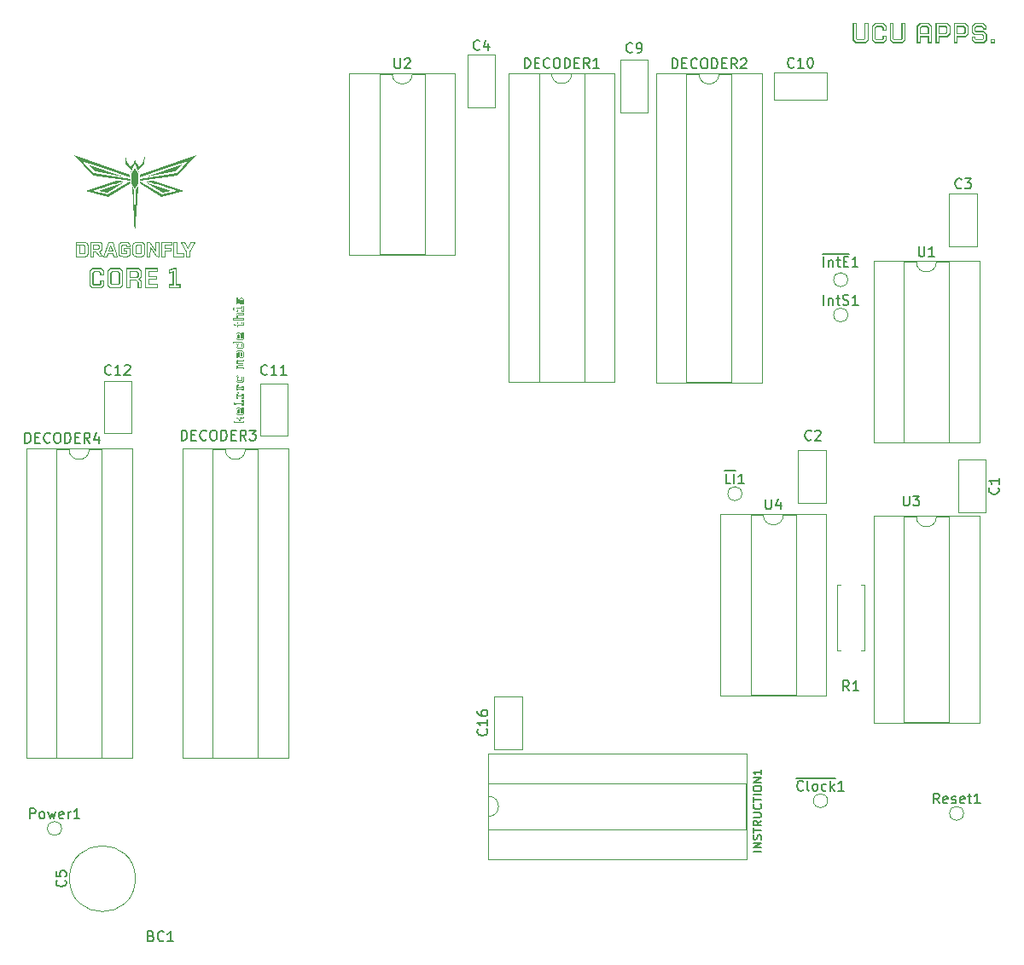
<source format=gbr>
%TF.GenerationSoftware,KiCad,Pcbnew,9.0.5*%
%TF.CreationDate,2025-11-19T18:10:55+02:00*%
%TF.ProjectId,core_1,636f7265-5f31-42e6-9b69-6361645f7063,rev?*%
%TF.SameCoordinates,Original*%
%TF.FileFunction,Legend,Top*%
%TF.FilePolarity,Positive*%
%FSLAX46Y46*%
G04 Gerber Fmt 4.6, Leading zero omitted, Abs format (unit mm)*
G04 Created by KiCad (PCBNEW 9.0.5) date 2025-11-19 18:10:55*
%MOMM*%
%LPD*%
G01*
G04 APERTURE LIST*
%ADD10C,0.052916*%
%ADD11C,0.000000*%
%ADD12C,0.150000*%
%ADD13C,0.120000*%
G04 APERTURE END LIST*
D10*
X110605056Y-55170299D02*
X110305284Y-55155218D01*
X109700711Y-54293469D01*
X109693831Y-55169505D01*
X109388767Y-55172681D01*
X109388767Y-53770390D01*
X109694890Y-53771447D01*
X110288350Y-54643514D01*
X110288350Y-53770390D01*
X110605850Y-53770390D01*
X110605056Y-55170299D01*
D11*
G36*
X108542100Y-48319972D02*
G01*
X108236770Y-52991721D01*
X107960017Y-48293514D01*
X107933558Y-48161223D01*
X108171683Y-48637473D01*
X108250000Y-51500000D01*
X108303975Y-48637473D01*
X108568558Y-48161223D01*
X108542100Y-48319972D01*
G37*
D10*
X113463349Y-54326014D02*
X113754392Y-53770390D01*
X114124808Y-53770390D01*
X113595642Y-54669972D01*
X113595642Y-55172681D01*
X113304600Y-55172681D01*
X113300895Y-54674470D01*
X112775433Y-53770390D01*
X113145850Y-53770390D01*
X113463349Y-54326014D01*
D11*
G36*
X112193350Y-46732473D02*
G01*
X109521058Y-47235181D01*
X112907725Y-46044556D01*
X112193350Y-46732473D01*
G37*
G36*
X108568558Y-46970598D02*
G01*
X108558769Y-47942412D01*
X108224600Y-48531639D01*
X107895987Y-47937121D01*
X107907100Y-46970598D01*
X108238623Y-46378990D01*
X108568558Y-46970598D01*
G37*
D10*
X106478350Y-55172681D02*
X106134392Y-55172681D01*
X106055017Y-54908098D01*
X105525850Y-54908098D01*
X105446475Y-55172681D01*
X105109131Y-55169771D01*
X105605225Y-53770390D01*
X105975642Y-53770390D01*
X106478350Y-55172681D01*
D11*
G36*
X111796475Y-48663931D02*
G01*
X110968064Y-48817654D01*
X109335850Y-47870181D01*
X111796475Y-48663931D01*
G37*
G36*
X108305298Y-47201313D02*
G01*
X108306091Y-47810120D01*
X108243385Y-48008029D01*
X108242592Y-48006705D01*
X108165334Y-47817263D01*
X108171683Y-47208722D01*
X108236242Y-46996526D01*
X108305298Y-47201313D01*
G37*
D10*
X107421326Y-53781767D02*
X107437279Y-53782690D01*
X107452888Y-53785001D01*
X107468140Y-53788606D01*
X107483026Y-53793413D01*
X107497535Y-53799329D01*
X107511656Y-53806262D01*
X107525379Y-53814117D01*
X107538693Y-53822802D01*
X107551588Y-53832224D01*
X107564053Y-53842291D01*
X107576077Y-53852908D01*
X107587650Y-53863985D01*
X107598762Y-53875427D01*
X107609401Y-53887141D01*
X107629222Y-53911016D01*
X107647027Y-53934865D01*
X107662732Y-53957947D01*
X107676252Y-53979517D01*
X107687504Y-53998833D01*
X107702864Y-54027725D01*
X107708134Y-54038677D01*
X107721892Y-54193723D01*
X107404392Y-54193723D01*
X107404354Y-54195463D01*
X107404292Y-54193954D01*
X107404392Y-54140806D01*
X107404263Y-54134316D01*
X107403841Y-54128185D01*
X107403145Y-54122404D01*
X107402194Y-54116961D01*
X107401008Y-54111847D01*
X107399607Y-54107052D01*
X107398009Y-54102565D01*
X107396235Y-54098377D01*
X107394304Y-54094479D01*
X107392236Y-54090858D01*
X107390050Y-54087507D01*
X107387765Y-54084414D01*
X107385401Y-54081570D01*
X107382978Y-54078964D01*
X107380516Y-54076587D01*
X107378033Y-54074429D01*
X107375549Y-54072479D01*
X107373084Y-54070727D01*
X107370657Y-54069164D01*
X107368288Y-54067779D01*
X107363801Y-54065505D01*
X107359780Y-54063825D01*
X107356381Y-54062657D01*
X107353760Y-54061923D01*
X107351475Y-54061431D01*
X106954600Y-54061431D01*
X106948722Y-54061606D01*
X106943280Y-54062069D01*
X106938258Y-54062800D01*
X106933639Y-54063781D01*
X106929408Y-54064992D01*
X106925547Y-54066413D01*
X106922041Y-54068026D01*
X106918873Y-54069811D01*
X106916027Y-54071749D01*
X106913486Y-54073822D01*
X106911233Y-54076008D01*
X106909254Y-54078291D01*
X106907531Y-54080649D01*
X106906047Y-54083064D01*
X106904787Y-54085517D01*
X106903734Y-54087989D01*
X106902871Y-54090459D01*
X106902183Y-54092910D01*
X106901653Y-54095322D01*
X106901265Y-54097675D01*
X106900847Y-54102128D01*
X106900799Y-54106117D01*
X106900989Y-54109487D01*
X106901287Y-54112085D01*
X106901683Y-54114348D01*
X106901683Y-54828722D01*
X106901888Y-54833646D01*
X106902531Y-54838255D01*
X106903584Y-54842559D01*
X106905018Y-54846569D01*
X106906803Y-54850295D01*
X106908910Y-54853747D01*
X106911310Y-54856936D01*
X106913974Y-54859873D01*
X106916872Y-54862567D01*
X106919976Y-54865030D01*
X106923255Y-54867271D01*
X106926682Y-54869301D01*
X106930226Y-54871131D01*
X106933858Y-54872771D01*
X106937550Y-54874230D01*
X106941272Y-54875521D01*
X106948688Y-54877635D01*
X106955874Y-54879197D01*
X106962595Y-54880291D01*
X106968619Y-54880998D01*
X106977637Y-54881590D01*
X106981058Y-54881639D01*
X107351475Y-54881639D01*
X107356795Y-54881441D01*
X107361749Y-54880958D01*
X107366351Y-54880209D01*
X107370613Y-54879213D01*
X107374548Y-54877990D01*
X107378170Y-54876559D01*
X107381491Y-54874938D01*
X107384523Y-54873148D01*
X107387281Y-54871205D01*
X107389776Y-54869131D01*
X107392021Y-54866944D01*
X107394031Y-54864663D01*
X107395816Y-54862308D01*
X107397391Y-54859896D01*
X107398768Y-54857448D01*
X107399960Y-54854982D01*
X107400980Y-54852518D01*
X107401841Y-54850075D01*
X107402555Y-54847671D01*
X107403136Y-54845326D01*
X107403949Y-54840889D01*
X107404383Y-54836916D01*
X107404542Y-54833560D01*
X107404527Y-54830974D01*
X107404392Y-54828722D01*
X107404392Y-54619173D01*
X107139808Y-54617056D01*
X107139808Y-54378931D01*
X107703635Y-54378664D01*
X107710316Y-54577168D01*
X107713681Y-54751256D01*
X107713916Y-54835413D01*
X107712631Y-54909419D01*
X107711439Y-54926418D01*
X107709009Y-54942746D01*
X107705426Y-54958411D01*
X107700773Y-54973421D01*
X107695134Y-54987785D01*
X107688592Y-55001512D01*
X107681231Y-55014610D01*
X107673134Y-55027088D01*
X107664385Y-55038956D01*
X107655068Y-55050220D01*
X107645266Y-55060891D01*
X107635064Y-55070977D01*
X107624544Y-55080486D01*
X107613790Y-55089427D01*
X107602886Y-55097809D01*
X107591915Y-55105641D01*
X107570109Y-55119687D01*
X107549039Y-55131636D01*
X107529376Y-55141556D01*
X107511788Y-55149516D01*
X107485512Y-55159838D01*
X107475565Y-55163155D01*
X107293697Y-55165801D01*
X107095719Y-55165834D01*
X106852471Y-55162097D01*
X106830216Y-55160856D01*
X106809214Y-55158286D01*
X106789430Y-55154474D01*
X106770828Y-55149512D01*
X106753373Y-55143489D01*
X106737028Y-55136496D01*
X106721757Y-55128621D01*
X106707525Y-55119954D01*
X106694296Y-55110587D01*
X106682033Y-55100607D01*
X106670701Y-55090106D01*
X106660264Y-55079172D01*
X106650687Y-55067897D01*
X106641932Y-55056369D01*
X106633965Y-55044678D01*
X106626749Y-55032915D01*
X106620248Y-55021169D01*
X106614427Y-55009529D01*
X106604680Y-54986930D01*
X106597221Y-54965837D01*
X106591762Y-54946967D01*
X106588015Y-54931039D01*
X106585695Y-54918773D01*
X106584184Y-54908098D01*
X106584184Y-54061431D01*
X106585570Y-54037028D01*
X106588757Y-54014093D01*
X106593623Y-53992579D01*
X106600046Y-53972443D01*
X106607907Y-53953638D01*
X106617084Y-53936119D01*
X106627456Y-53919840D01*
X106638903Y-53904756D01*
X106651303Y-53890822D01*
X106664536Y-53877992D01*
X106678480Y-53866220D01*
X106693014Y-53855462D01*
X106708019Y-53845671D01*
X106723372Y-53836803D01*
X106738954Y-53828812D01*
X106754642Y-53821652D01*
X106785855Y-53809645D01*
X106816046Y-53800418D01*
X106844246Y-53793608D01*
X106869487Y-53788852D01*
X106890804Y-53785785D01*
X106907228Y-53784045D01*
X106921528Y-53783089D01*
X107108522Y-53781534D01*
X107272464Y-53780968D01*
X107421326Y-53781767D01*
D11*
G36*
X107351475Y-47737889D02*
G01*
X107132255Y-47776985D01*
X106863761Y-47833395D01*
X106691405Y-47873014D01*
X106494258Y-47921080D01*
X106272781Y-47978222D01*
X106027435Y-48045067D01*
X105758679Y-48122244D01*
X105466976Y-48210381D01*
X105152786Y-48310107D01*
X104816570Y-48422049D01*
X104458789Y-48546837D01*
X104079902Y-48685097D01*
X105525850Y-49034348D01*
X107748350Y-47790806D01*
X107774808Y-47949556D01*
X105605225Y-49272472D01*
X103329809Y-48716848D01*
X106398975Y-47632056D01*
X107351475Y-47737889D01*
G37*
D10*
X111849391Y-53770390D02*
X111849391Y-54061431D01*
X111187934Y-54061431D01*
X111187934Y-54352473D01*
X111743558Y-54352473D01*
X111743558Y-54617056D01*
X111187934Y-54617056D01*
X111187934Y-55172681D01*
X110870433Y-55172681D01*
X110878635Y-53766950D01*
X111849391Y-53770390D01*
D11*
G36*
X109177100Y-45991639D02*
G01*
X108595017Y-46573723D01*
X108647933Y-46891223D01*
X108251058Y-45991639D01*
X107827725Y-46891223D01*
X107880642Y-46573723D01*
X107298558Y-45991639D01*
X107245642Y-45250806D01*
X107481914Y-45857231D01*
X107535410Y-45929570D01*
X107590689Y-46002534D01*
X107654687Y-46084508D01*
X107719678Y-46163853D01*
X107750130Y-46198902D01*
X107777934Y-46228929D01*
X107802122Y-46252479D01*
X107821728Y-46268097D01*
X107829512Y-46272477D01*
X107835788Y-46274328D01*
X107840436Y-46273468D01*
X107843335Y-46269717D01*
X107850920Y-46253947D01*
X107865130Y-46228542D01*
X107909796Y-46154631D01*
X107970063Y-46059599D01*
X108038664Y-45955061D01*
X108108332Y-45852631D01*
X108171799Y-45763924D01*
X108198936Y-45728347D01*
X108221797Y-45700555D01*
X108239474Y-45682002D01*
X108246085Y-45676644D01*
X108251058Y-45674139D01*
X108256061Y-45674931D01*
X108262753Y-45679186D01*
X108280722Y-45697173D01*
X108303994Y-45726270D01*
X108331599Y-45764647D01*
X108395933Y-45861919D01*
X108465966Y-45974342D01*
X108592098Y-46186071D01*
X108647933Y-46282681D01*
X108991892Y-45885806D01*
X109230017Y-45250806D01*
X109177100Y-45991639D01*
G37*
D10*
X105975642Y-54643514D02*
X105605225Y-54643514D01*
X105790433Y-54087889D01*
X105975642Y-54643514D01*
X108845517Y-53771425D02*
X108859728Y-53773283D01*
X108878170Y-53776537D01*
X108900004Y-53781563D01*
X108924392Y-53788737D01*
X108950494Y-53798436D01*
X108963926Y-53804350D01*
X108977472Y-53811036D01*
X108991027Y-53818542D01*
X109004487Y-53826913D01*
X109017746Y-53836199D01*
X109030701Y-53846444D01*
X109043245Y-53857698D01*
X109055274Y-53870005D01*
X109066684Y-53883415D01*
X109077369Y-53897972D01*
X109087224Y-53913726D01*
X109096145Y-53930722D01*
X109104028Y-53949008D01*
X109110766Y-53968631D01*
X109116255Y-53989638D01*
X109120391Y-54012075D01*
X109123069Y-54035991D01*
X109124183Y-54061431D01*
X109131063Y-54905981D01*
X109129472Y-54917144D01*
X109126978Y-54929957D01*
X109122902Y-54946574D01*
X109116906Y-54966234D01*
X109108655Y-54988176D01*
X109097809Y-55011638D01*
X109091309Y-55023701D01*
X109084033Y-55035858D01*
X109075940Y-55048015D01*
X109066989Y-55060075D01*
X109057136Y-55071945D01*
X109046339Y-55083528D01*
X109034557Y-55094729D01*
X109021747Y-55105454D01*
X109007868Y-55115607D01*
X108992876Y-55125093D01*
X108976730Y-55133816D01*
X108959388Y-55141682D01*
X108940807Y-55148595D01*
X108920946Y-55154460D01*
X108899761Y-55159182D01*
X108877212Y-55162665D01*
X108853256Y-55164815D01*
X108827851Y-55165537D01*
X108297625Y-55166066D01*
X108284779Y-55164489D01*
X108270022Y-55162027D01*
X108250864Y-55158013D01*
X108228174Y-55152120D01*
X108202817Y-55144021D01*
X108175661Y-55133389D01*
X108161680Y-55127021D01*
X108147573Y-55119897D01*
X108133451Y-55111976D01*
X108119420Y-55103217D01*
X108105590Y-55093579D01*
X108092069Y-55083022D01*
X108078965Y-55071505D01*
X108066387Y-55058986D01*
X108054443Y-55045426D01*
X108043241Y-55030782D01*
X108032889Y-55015014D01*
X108023497Y-54998081D01*
X108015173Y-54979943D01*
X108008024Y-54960557D01*
X108002159Y-54939885D01*
X107997687Y-54917884D01*
X107994716Y-54894513D01*
X107993355Y-54869733D01*
X107988485Y-54558368D01*
X107986541Y-54301077D01*
X107986475Y-54061431D01*
X107988297Y-54049902D01*
X107991146Y-54036613D01*
X107995793Y-54019305D01*
X108002621Y-53998725D01*
X108012008Y-53975623D01*
X108017781Y-53963359D01*
X108024337Y-53950745D01*
X108031723Y-53937874D01*
X108039987Y-53924840D01*
X108049177Y-53911736D01*
X108059339Y-53898656D01*
X108070523Y-53885694D01*
X108082774Y-53872942D01*
X108096142Y-53860494D01*
X108110672Y-53848444D01*
X108126414Y-53836885D01*
X108143414Y-53825911D01*
X108161721Y-53815615D01*
X108181381Y-53806091D01*
X108202442Y-53797432D01*
X108224953Y-53789732D01*
X108248959Y-53783084D01*
X108274510Y-53777582D01*
X108301652Y-53773320D01*
X108330433Y-53770390D01*
X108833142Y-53770390D01*
X108845517Y-53771425D01*
X103253344Y-53775681D02*
X103295351Y-53786781D01*
X103315719Y-53793373D01*
X103338469Y-53802224D01*
X103362818Y-53813700D01*
X103375348Y-53820537D01*
X103387984Y-53828168D01*
X103400628Y-53836638D01*
X103413184Y-53845994D01*
X103425552Y-53856281D01*
X103437635Y-53867544D01*
X103449336Y-53879830D01*
X103460556Y-53893185D01*
X103471197Y-53907653D01*
X103481163Y-53923282D01*
X103490354Y-53940116D01*
X103498674Y-53958202D01*
X103506024Y-53977586D01*
X103512307Y-53998312D01*
X103517424Y-54020427D01*
X103521278Y-54043977D01*
X103523772Y-54069007D01*
X103524807Y-54095564D01*
X103533538Y-54864707D01*
X103533921Y-54877843D01*
X103533561Y-54892925D01*
X103532087Y-54912493D01*
X103528940Y-54935657D01*
X103523562Y-54961524D01*
X103519861Y-54975193D01*
X103515392Y-54989203D01*
X103510085Y-55003443D01*
X103503872Y-55017802D01*
X103496680Y-55032167D01*
X103488441Y-55046428D01*
X103479085Y-55060473D01*
X103468542Y-55074190D01*
X103456742Y-55087469D01*
X103443614Y-55100197D01*
X103429090Y-55112263D01*
X103413099Y-55123556D01*
X103395571Y-55133964D01*
X103376437Y-55143376D01*
X103355625Y-55151680D01*
X103333068Y-55158765D01*
X103308694Y-55164519D01*
X103282434Y-55168831D01*
X103254218Y-55171589D01*
X103223975Y-55172682D01*
X102688756Y-55173575D01*
X102403767Y-55172682D01*
X102403767Y-54881639D01*
X102403767Y-54061431D01*
X102694809Y-54061431D01*
X102694809Y-54881639D01*
X102902837Y-54882631D01*
X103055345Y-54882755D01*
X103144600Y-54881639D01*
X103148785Y-54881179D01*
X103152904Y-54880312D01*
X103156952Y-54879066D01*
X103160925Y-54877469D01*
X103164818Y-54875548D01*
X103168628Y-54873332D01*
X103172349Y-54870847D01*
X103175978Y-54868121D01*
X103179510Y-54865182D01*
X103182941Y-54862057D01*
X103186266Y-54858775D01*
X103189481Y-54855362D01*
X103195564Y-54848256D01*
X103201155Y-54840960D01*
X103206219Y-54833695D01*
X103210720Y-54826682D01*
X103214625Y-54820141D01*
X103217898Y-54814295D01*
X103222409Y-54805567D01*
X103223975Y-54802264D01*
X103225265Y-54476661D01*
X103225426Y-54242484D01*
X103223975Y-54114348D01*
X103223445Y-54109890D01*
X103222517Y-54105687D01*
X103221219Y-54101733D01*
X103219577Y-54098021D01*
X103217619Y-54094541D01*
X103215373Y-54091288D01*
X103212865Y-54088254D01*
X103210122Y-54085430D01*
X103207172Y-54082809D01*
X103204041Y-54080385D01*
X103200758Y-54078149D01*
X103197349Y-54076094D01*
X103193841Y-54074213D01*
X103190262Y-54072497D01*
X103182998Y-54069534D01*
X103175774Y-54067144D01*
X103168808Y-54065268D01*
X103162317Y-54063845D01*
X103156519Y-54062816D01*
X103147870Y-54061697D01*
X103144600Y-54061431D01*
X102694809Y-54061431D01*
X102403767Y-54061431D01*
X102403767Y-53770390D01*
X103253344Y-53775681D01*
X104585677Y-54060541D02*
X104590163Y-54060943D01*
X104592532Y-54061323D01*
X104594959Y-54061846D01*
X104597424Y-54062527D01*
X104599908Y-54063383D01*
X104602391Y-54064430D01*
X104604853Y-54065685D01*
X104607276Y-54067165D01*
X104609640Y-54068886D01*
X104611925Y-54070864D01*
X104614111Y-54073116D01*
X104616179Y-54075659D01*
X104618110Y-54078509D01*
X104619884Y-54081683D01*
X104621482Y-54085197D01*
X104622883Y-54089067D01*
X104624069Y-54093311D01*
X104625020Y-54097944D01*
X104625716Y-54102984D01*
X104626138Y-54108446D01*
X104626267Y-54114348D01*
X104626267Y-54352473D01*
X104625903Y-54354703D01*
X104625374Y-54357265D01*
X104624547Y-54360592D01*
X104623373Y-54364533D01*
X104621802Y-54368937D01*
X104619785Y-54373654D01*
X104618593Y-54376083D01*
X104617271Y-54378534D01*
X104615813Y-54380988D01*
X104614212Y-54383427D01*
X104612462Y-54385831D01*
X104610557Y-54388181D01*
X104608491Y-54390460D01*
X104606258Y-54392647D01*
X104603851Y-54394725D01*
X104601264Y-54396675D01*
X104598491Y-54398477D01*
X104595526Y-54400113D01*
X104592362Y-54401564D01*
X104588994Y-54402812D01*
X104585415Y-54403837D01*
X104581618Y-54404621D01*
X104577599Y-54405145D01*
X104573350Y-54405389D01*
X104097100Y-54405389D01*
X104097100Y-54061431D01*
X104573350Y-54061431D01*
X104575635Y-54061025D01*
X104578256Y-54060714D01*
X104581656Y-54060509D01*
X104585677Y-54060541D01*
D11*
G36*
X106954600Y-47235181D02*
G01*
X104282309Y-46732473D01*
X103567934Y-46044556D01*
X106954600Y-47235181D01*
G37*
D10*
X104690574Y-53771067D02*
X104703646Y-53772535D01*
X104720599Y-53775309D01*
X104740656Y-53779804D01*
X104763039Y-53786435D01*
X104774860Y-53790681D01*
X104786971Y-53795616D01*
X104799274Y-53801292D01*
X104811674Y-53807762D01*
X104824071Y-53815076D01*
X104836370Y-53823287D01*
X104848474Y-53832447D01*
X104860284Y-53842607D01*
X104871703Y-53853819D01*
X104882636Y-53866136D01*
X104892983Y-53879608D01*
X104902649Y-53894289D01*
X104911536Y-53910229D01*
X104919546Y-53927480D01*
X104926583Y-53946094D01*
X104932550Y-53966124D01*
X104937349Y-53987621D01*
X104940883Y-54010636D01*
X104943054Y-54035223D01*
X104943767Y-54061431D01*
X104943767Y-54405389D01*
X104941861Y-54413958D01*
X104939121Y-54423957D01*
X104934870Y-54437131D01*
X104928871Y-54453006D01*
X104920885Y-54471106D01*
X104910672Y-54490957D01*
X104904656Y-54501390D01*
X104897994Y-54512082D01*
X104890656Y-54522975D01*
X104882612Y-54534008D01*
X104873833Y-54545122D01*
X104864289Y-54556258D01*
X104853949Y-54567357D01*
X104842783Y-54578359D01*
X104830763Y-54589204D01*
X104817858Y-54599833D01*
X104804039Y-54610187D01*
X104789275Y-54620207D01*
X104773536Y-54629832D01*
X104756793Y-54639005D01*
X104739017Y-54647664D01*
X104720176Y-54655752D01*
X104700242Y-54663207D01*
X104679184Y-54669972D01*
X104690413Y-54690899D01*
X104722489Y-54745412D01*
X104821629Y-54910346D01*
X104967050Y-55149927D01*
X104642671Y-55156542D01*
X104361684Y-54669972D01*
X104097101Y-54669972D01*
X104097101Y-55172681D01*
X103779601Y-55172681D01*
X103779601Y-53770390D01*
X103806059Y-53770390D01*
X104679184Y-53770390D01*
X104690574Y-53771067D01*
D11*
G36*
X112431475Y-47129348D02*
G01*
X108700850Y-47658514D01*
X108700850Y-47499764D01*
X112325641Y-46891223D01*
X112916257Y-46302459D01*
X113317506Y-45894000D01*
X113446318Y-45756771D01*
X113480484Y-45716847D01*
X113488470Y-45705550D01*
X113489808Y-45700598D01*
X112736068Y-45949546D01*
X111100025Y-46514257D01*
X108727308Y-47341014D01*
X108727308Y-47102889D01*
X114310016Y-45144973D01*
X112431475Y-47129348D01*
G37*
G36*
X105507594Y-48817654D02*
G01*
X104679184Y-48663931D01*
X107139808Y-47870181D01*
X105507594Y-48817654D01*
G37*
G36*
X107748350Y-47102889D02*
G01*
X107748350Y-47341014D01*
X105375633Y-46514257D01*
X103739590Y-45949546D01*
X102985850Y-45700598D01*
X102987188Y-45705550D01*
X102995175Y-45716847D01*
X103029340Y-45756771D01*
X103158152Y-45894000D01*
X103559401Y-46302459D01*
X104150017Y-46891223D01*
X107774808Y-47499764D01*
X107774808Y-47658514D01*
X104044184Y-47129348D01*
X102165642Y-45144973D01*
X107748350Y-47102889D01*
G37*
D10*
X112383586Y-54900160D02*
X113016998Y-54903600D01*
X113013558Y-55172681D01*
X112061058Y-55172681D01*
X112061058Y-53770390D01*
X112378558Y-53770390D01*
X112383586Y-54900160D01*
D11*
G36*
X113145850Y-48716848D02*
G01*
X110870433Y-49272472D01*
X108700850Y-47949556D01*
X108727308Y-47790806D01*
X110949808Y-49034348D01*
X112395756Y-48685097D01*
X112016870Y-48546837D01*
X111659088Y-48422049D01*
X111322872Y-48310107D01*
X111008682Y-48210381D01*
X110716979Y-48122244D01*
X110448224Y-48045067D01*
X110202877Y-47978222D01*
X109981400Y-47921080D01*
X109784253Y-47873014D01*
X109611897Y-47833395D01*
X109343403Y-47776985D01*
X109124183Y-47737889D01*
X110076683Y-47632056D01*
X113145850Y-48716848D01*
G37*
D10*
X108782655Y-54061469D02*
X108785146Y-54061644D01*
X108788386Y-54062035D01*
X108792230Y-54062726D01*
X108796535Y-54063803D01*
X108798816Y-54064512D01*
X108801158Y-54065350D01*
X108803544Y-54066325D01*
X108805956Y-54067450D01*
X108808375Y-54068735D01*
X108810784Y-54070190D01*
X108813165Y-54071826D01*
X108815500Y-54073653D01*
X108817771Y-54075682D01*
X108819961Y-54077923D01*
X108822050Y-54080388D01*
X108824022Y-54083086D01*
X108825858Y-54086028D01*
X108827540Y-54089225D01*
X108829051Y-54092687D01*
X108830373Y-54096425D01*
X108831487Y-54100450D01*
X108832376Y-54104772D01*
X108833022Y-54109401D01*
X108833406Y-54114348D01*
X108834328Y-54244940D01*
X108834035Y-54478844D01*
X108832878Y-54802264D01*
X108833339Y-54805643D01*
X108833708Y-54809522D01*
X108833985Y-54814555D01*
X108834034Y-54820514D01*
X108833715Y-54827170D01*
X108832890Y-54834293D01*
X108832245Y-54837958D01*
X108831422Y-54841654D01*
X108830404Y-54845352D01*
X108829173Y-54849025D01*
X108827712Y-54852642D01*
X108826004Y-54856175D01*
X108824032Y-54859597D01*
X108821779Y-54862878D01*
X108819226Y-54865989D01*
X108816358Y-54868902D01*
X108813156Y-54871588D01*
X108809603Y-54874019D01*
X108805683Y-54876166D01*
X108801378Y-54878001D01*
X108796670Y-54879494D01*
X108791543Y-54880617D01*
X108785979Y-54881342D01*
X108779961Y-54881639D01*
X108383086Y-54881639D01*
X108379708Y-54881818D01*
X108370795Y-54881780D01*
X108364836Y-54881410D01*
X108358180Y-54880663D01*
X108351057Y-54879430D01*
X108343696Y-54877604D01*
X108339998Y-54876436D01*
X108336325Y-54875078D01*
X108332708Y-54873518D01*
X108329174Y-54871743D01*
X108325753Y-54869739D01*
X108322472Y-54867492D01*
X108319361Y-54864989D01*
X108316448Y-54862217D01*
X108313762Y-54859162D01*
X108311331Y-54855810D01*
X108309184Y-54852149D01*
X108307350Y-54848164D01*
X108305857Y-54843843D01*
X108304733Y-54839171D01*
X108304009Y-54834135D01*
X108303711Y-54828722D01*
X108304240Y-54140806D01*
X108303822Y-54137482D01*
X108303500Y-54133662D01*
X108303281Y-54128701D01*
X108303297Y-54122823D01*
X108303682Y-54116249D01*
X108304569Y-54109205D01*
X108305243Y-54105576D01*
X108306092Y-54101912D01*
X108307133Y-54098243D01*
X108308384Y-54094595D01*
X108309860Y-54090997D01*
X108311578Y-54087476D01*
X108313555Y-54084061D01*
X108315808Y-54080779D01*
X108318352Y-54077658D01*
X108321206Y-54074727D01*
X108324386Y-54072012D01*
X108327907Y-54069542D01*
X108331788Y-54067346D01*
X108336044Y-54065450D01*
X108340692Y-54063882D01*
X108345749Y-54062671D01*
X108351232Y-54061845D01*
X108357157Y-54061431D01*
X108780490Y-54061431D01*
X108782655Y-54061469D01*
D12*
X167345238Y-77756819D02*
X166869048Y-77756819D01*
X166869048Y-77756819D02*
X166869048Y-76756819D01*
X167678572Y-77756819D02*
X167678572Y-76756819D01*
X166730953Y-76479200D02*
X167816667Y-76479200D01*
X168678571Y-77756819D02*
X168107143Y-77756819D01*
X168392857Y-77756819D02*
X168392857Y-76756819D01*
X168392857Y-76756819D02*
X168297619Y-76899676D01*
X168297619Y-76899676D02*
X168202381Y-76994914D01*
X168202381Y-76994914D02*
X168107143Y-77042533D01*
X185988095Y-54174819D02*
X185988095Y-54984342D01*
X185988095Y-54984342D02*
X186035714Y-55079580D01*
X186035714Y-55079580D02*
X186083333Y-55127200D01*
X186083333Y-55127200D02*
X186178571Y-55174819D01*
X186178571Y-55174819D02*
X186369047Y-55174819D01*
X186369047Y-55174819D02*
X186464285Y-55127200D01*
X186464285Y-55127200D02*
X186511904Y-55079580D01*
X186511904Y-55079580D02*
X186559523Y-54984342D01*
X186559523Y-54984342D02*
X186559523Y-54174819D01*
X187559523Y-55174819D02*
X186988095Y-55174819D01*
X187273809Y-55174819D02*
X187273809Y-54174819D01*
X187273809Y-54174819D02*
X187178571Y-54317676D01*
X187178571Y-54317676D02*
X187083333Y-54412914D01*
X187083333Y-54412914D02*
X186988095Y-54460533D01*
X190233333Y-48359580D02*
X190185714Y-48407200D01*
X190185714Y-48407200D02*
X190042857Y-48454819D01*
X190042857Y-48454819D02*
X189947619Y-48454819D01*
X189947619Y-48454819D02*
X189804762Y-48407200D01*
X189804762Y-48407200D02*
X189709524Y-48311961D01*
X189709524Y-48311961D02*
X189661905Y-48216723D01*
X189661905Y-48216723D02*
X189614286Y-48026247D01*
X189614286Y-48026247D02*
X189614286Y-47883390D01*
X189614286Y-47883390D02*
X189661905Y-47692914D01*
X189661905Y-47692914D02*
X189709524Y-47597676D01*
X189709524Y-47597676D02*
X189804762Y-47502438D01*
X189804762Y-47502438D02*
X189947619Y-47454819D01*
X189947619Y-47454819D02*
X190042857Y-47454819D01*
X190042857Y-47454819D02*
X190185714Y-47502438D01*
X190185714Y-47502438D02*
X190233333Y-47550057D01*
X190566667Y-47454819D02*
X191185714Y-47454819D01*
X191185714Y-47454819D02*
X190852381Y-47835771D01*
X190852381Y-47835771D02*
X190995238Y-47835771D01*
X190995238Y-47835771D02*
X191090476Y-47883390D01*
X191090476Y-47883390D02*
X191138095Y-47931009D01*
X191138095Y-47931009D02*
X191185714Y-48026247D01*
X191185714Y-48026247D02*
X191185714Y-48264342D01*
X191185714Y-48264342D02*
X191138095Y-48359580D01*
X191138095Y-48359580D02*
X191090476Y-48407200D01*
X191090476Y-48407200D02*
X190995238Y-48454819D01*
X190995238Y-48454819D02*
X190709524Y-48454819D01*
X190709524Y-48454819D02*
X190614286Y-48407200D01*
X190614286Y-48407200D02*
X190566667Y-48359580D01*
X121357142Y-66859580D02*
X121309523Y-66907200D01*
X121309523Y-66907200D02*
X121166666Y-66954819D01*
X121166666Y-66954819D02*
X121071428Y-66954819D01*
X121071428Y-66954819D02*
X120928571Y-66907200D01*
X120928571Y-66907200D02*
X120833333Y-66811961D01*
X120833333Y-66811961D02*
X120785714Y-66716723D01*
X120785714Y-66716723D02*
X120738095Y-66526247D01*
X120738095Y-66526247D02*
X120738095Y-66383390D01*
X120738095Y-66383390D02*
X120785714Y-66192914D01*
X120785714Y-66192914D02*
X120833333Y-66097676D01*
X120833333Y-66097676D02*
X120928571Y-66002438D01*
X120928571Y-66002438D02*
X121071428Y-65954819D01*
X121071428Y-65954819D02*
X121166666Y-65954819D01*
X121166666Y-65954819D02*
X121309523Y-66002438D01*
X121309523Y-66002438D02*
X121357142Y-66050057D01*
X122309523Y-66954819D02*
X121738095Y-66954819D01*
X122023809Y-66954819D02*
X122023809Y-65954819D01*
X122023809Y-65954819D02*
X121928571Y-66097676D01*
X121928571Y-66097676D02*
X121833333Y-66192914D01*
X121833333Y-66192914D02*
X121738095Y-66240533D01*
X123261904Y-66954819D02*
X122690476Y-66954819D01*
X122976190Y-66954819D02*
X122976190Y-65954819D01*
X122976190Y-65954819D02*
X122880952Y-66097676D01*
X122880952Y-66097676D02*
X122785714Y-66192914D01*
X122785714Y-66192914D02*
X122690476Y-66240533D01*
X109845238Y-122681009D02*
X109988095Y-122728628D01*
X109988095Y-122728628D02*
X110035714Y-122776247D01*
X110035714Y-122776247D02*
X110083333Y-122871485D01*
X110083333Y-122871485D02*
X110083333Y-123014342D01*
X110083333Y-123014342D02*
X110035714Y-123109580D01*
X110035714Y-123109580D02*
X109988095Y-123157200D01*
X109988095Y-123157200D02*
X109892857Y-123204819D01*
X109892857Y-123204819D02*
X109511905Y-123204819D01*
X109511905Y-123204819D02*
X109511905Y-122204819D01*
X109511905Y-122204819D02*
X109845238Y-122204819D01*
X109845238Y-122204819D02*
X109940476Y-122252438D01*
X109940476Y-122252438D02*
X109988095Y-122300057D01*
X109988095Y-122300057D02*
X110035714Y-122395295D01*
X110035714Y-122395295D02*
X110035714Y-122490533D01*
X110035714Y-122490533D02*
X109988095Y-122585771D01*
X109988095Y-122585771D02*
X109940476Y-122633390D01*
X109940476Y-122633390D02*
X109845238Y-122681009D01*
X109845238Y-122681009D02*
X109511905Y-122681009D01*
X111083333Y-123109580D02*
X111035714Y-123157200D01*
X111035714Y-123157200D02*
X110892857Y-123204819D01*
X110892857Y-123204819D02*
X110797619Y-123204819D01*
X110797619Y-123204819D02*
X110654762Y-123157200D01*
X110654762Y-123157200D02*
X110559524Y-123061961D01*
X110559524Y-123061961D02*
X110511905Y-122966723D01*
X110511905Y-122966723D02*
X110464286Y-122776247D01*
X110464286Y-122776247D02*
X110464286Y-122633390D01*
X110464286Y-122633390D02*
X110511905Y-122442914D01*
X110511905Y-122442914D02*
X110559524Y-122347676D01*
X110559524Y-122347676D02*
X110654762Y-122252438D01*
X110654762Y-122252438D02*
X110797619Y-122204819D01*
X110797619Y-122204819D02*
X110892857Y-122204819D01*
X110892857Y-122204819D02*
X111035714Y-122252438D01*
X111035714Y-122252438D02*
X111083333Y-122300057D01*
X112035714Y-123204819D02*
X111464286Y-123204819D01*
X111750000Y-123204819D02*
X111750000Y-122204819D01*
X111750000Y-122204819D02*
X111654762Y-122347676D01*
X111654762Y-122347676D02*
X111559524Y-122442914D01*
X111559524Y-122442914D02*
X111464286Y-122490533D01*
X101309580Y-117157188D02*
X101357200Y-117204807D01*
X101357200Y-117204807D02*
X101404819Y-117347664D01*
X101404819Y-117347664D02*
X101404819Y-117442902D01*
X101404819Y-117442902D02*
X101357200Y-117585759D01*
X101357200Y-117585759D02*
X101261961Y-117680997D01*
X101261961Y-117680997D02*
X101166723Y-117728616D01*
X101166723Y-117728616D02*
X100976247Y-117776235D01*
X100976247Y-117776235D02*
X100833390Y-117776235D01*
X100833390Y-117776235D02*
X100642914Y-117728616D01*
X100642914Y-117728616D02*
X100547676Y-117680997D01*
X100547676Y-117680997D02*
X100452438Y-117585759D01*
X100452438Y-117585759D02*
X100404819Y-117442902D01*
X100404819Y-117442902D02*
X100404819Y-117347664D01*
X100404819Y-117347664D02*
X100452438Y-117204807D01*
X100452438Y-117204807D02*
X100500057Y-117157188D01*
X100404819Y-116252426D02*
X100404819Y-116728616D01*
X100404819Y-116728616D02*
X100881009Y-116776235D01*
X100881009Y-116776235D02*
X100833390Y-116728616D01*
X100833390Y-116728616D02*
X100785771Y-116633378D01*
X100785771Y-116633378D02*
X100785771Y-116395283D01*
X100785771Y-116395283D02*
X100833390Y-116300045D01*
X100833390Y-116300045D02*
X100881009Y-116252426D01*
X100881009Y-116252426D02*
X100976247Y-116204807D01*
X100976247Y-116204807D02*
X101214342Y-116204807D01*
X101214342Y-116204807D02*
X101309580Y-116252426D01*
X101309580Y-116252426D02*
X101357200Y-116300045D01*
X101357200Y-116300045D02*
X101404819Y-116395283D01*
X101404819Y-116395283D02*
X101404819Y-116633378D01*
X101404819Y-116633378D02*
X101357200Y-116728616D01*
X101357200Y-116728616D02*
X101309580Y-116776235D01*
X193859580Y-78166666D02*
X193907200Y-78214285D01*
X193907200Y-78214285D02*
X193954819Y-78357142D01*
X193954819Y-78357142D02*
X193954819Y-78452380D01*
X193954819Y-78452380D02*
X193907200Y-78595237D01*
X193907200Y-78595237D02*
X193811961Y-78690475D01*
X193811961Y-78690475D02*
X193716723Y-78738094D01*
X193716723Y-78738094D02*
X193526247Y-78785713D01*
X193526247Y-78785713D02*
X193383390Y-78785713D01*
X193383390Y-78785713D02*
X193192914Y-78738094D01*
X193192914Y-78738094D02*
X193097676Y-78690475D01*
X193097676Y-78690475D02*
X193002438Y-78595237D01*
X193002438Y-78595237D02*
X192954819Y-78452380D01*
X192954819Y-78452380D02*
X192954819Y-78357142D01*
X192954819Y-78357142D02*
X193002438Y-78214285D01*
X193002438Y-78214285D02*
X193050057Y-78166666D01*
X193954819Y-77214285D02*
X193954819Y-77785713D01*
X193954819Y-77499999D02*
X192954819Y-77499999D01*
X192954819Y-77499999D02*
X193097676Y-77595237D01*
X193097676Y-77595237D02*
X193192914Y-77690475D01*
X193192914Y-77690475D02*
X193240533Y-77785713D01*
X179083333Y-98324819D02*
X178750000Y-97848628D01*
X178511905Y-98324819D02*
X178511905Y-97324819D01*
X178511905Y-97324819D02*
X178892857Y-97324819D01*
X178892857Y-97324819D02*
X178988095Y-97372438D01*
X178988095Y-97372438D02*
X179035714Y-97420057D01*
X179035714Y-97420057D02*
X179083333Y-97515295D01*
X179083333Y-97515295D02*
X179083333Y-97658152D01*
X179083333Y-97658152D02*
X179035714Y-97753390D01*
X179035714Y-97753390D02*
X178988095Y-97801009D01*
X178988095Y-97801009D02*
X178892857Y-97848628D01*
X178892857Y-97848628D02*
X178511905Y-97848628D01*
X180035714Y-98324819D02*
X179464286Y-98324819D01*
X179750000Y-98324819D02*
X179750000Y-97324819D01*
X179750000Y-97324819D02*
X179654762Y-97467676D01*
X179654762Y-97467676D02*
X179559524Y-97562914D01*
X179559524Y-97562914D02*
X179464286Y-97610533D01*
X105857142Y-66859580D02*
X105809523Y-66907200D01*
X105809523Y-66907200D02*
X105666666Y-66954819D01*
X105666666Y-66954819D02*
X105571428Y-66954819D01*
X105571428Y-66954819D02*
X105428571Y-66907200D01*
X105428571Y-66907200D02*
X105333333Y-66811961D01*
X105333333Y-66811961D02*
X105285714Y-66716723D01*
X105285714Y-66716723D02*
X105238095Y-66526247D01*
X105238095Y-66526247D02*
X105238095Y-66383390D01*
X105238095Y-66383390D02*
X105285714Y-66192914D01*
X105285714Y-66192914D02*
X105333333Y-66097676D01*
X105333333Y-66097676D02*
X105428571Y-66002438D01*
X105428571Y-66002438D02*
X105571428Y-65954819D01*
X105571428Y-65954819D02*
X105666666Y-65954819D01*
X105666666Y-65954819D02*
X105809523Y-66002438D01*
X105809523Y-66002438D02*
X105857142Y-66050057D01*
X106809523Y-66954819D02*
X106238095Y-66954819D01*
X106523809Y-66954819D02*
X106523809Y-65954819D01*
X106523809Y-65954819D02*
X106428571Y-66097676D01*
X106428571Y-66097676D02*
X106333333Y-66192914D01*
X106333333Y-66192914D02*
X106238095Y-66240533D01*
X107190476Y-66050057D02*
X107238095Y-66002438D01*
X107238095Y-66002438D02*
X107333333Y-65954819D01*
X107333333Y-65954819D02*
X107571428Y-65954819D01*
X107571428Y-65954819D02*
X107666666Y-66002438D01*
X107666666Y-66002438D02*
X107714285Y-66050057D01*
X107714285Y-66050057D02*
X107761904Y-66145295D01*
X107761904Y-66145295D02*
X107761904Y-66240533D01*
X107761904Y-66240533D02*
X107714285Y-66383390D01*
X107714285Y-66383390D02*
X107142857Y-66954819D01*
X107142857Y-66954819D02*
X107761904Y-66954819D01*
X97797619Y-111006819D02*
X97797619Y-110006819D01*
X97797619Y-110006819D02*
X98178571Y-110006819D01*
X98178571Y-110006819D02*
X98273809Y-110054438D01*
X98273809Y-110054438D02*
X98321428Y-110102057D01*
X98321428Y-110102057D02*
X98369047Y-110197295D01*
X98369047Y-110197295D02*
X98369047Y-110340152D01*
X98369047Y-110340152D02*
X98321428Y-110435390D01*
X98321428Y-110435390D02*
X98273809Y-110483009D01*
X98273809Y-110483009D02*
X98178571Y-110530628D01*
X98178571Y-110530628D02*
X97797619Y-110530628D01*
X98940476Y-111006819D02*
X98845238Y-110959200D01*
X98845238Y-110959200D02*
X98797619Y-110911580D01*
X98797619Y-110911580D02*
X98750000Y-110816342D01*
X98750000Y-110816342D02*
X98750000Y-110530628D01*
X98750000Y-110530628D02*
X98797619Y-110435390D01*
X98797619Y-110435390D02*
X98845238Y-110387771D01*
X98845238Y-110387771D02*
X98940476Y-110340152D01*
X98940476Y-110340152D02*
X99083333Y-110340152D01*
X99083333Y-110340152D02*
X99178571Y-110387771D01*
X99178571Y-110387771D02*
X99226190Y-110435390D01*
X99226190Y-110435390D02*
X99273809Y-110530628D01*
X99273809Y-110530628D02*
X99273809Y-110816342D01*
X99273809Y-110816342D02*
X99226190Y-110911580D01*
X99226190Y-110911580D02*
X99178571Y-110959200D01*
X99178571Y-110959200D02*
X99083333Y-111006819D01*
X99083333Y-111006819D02*
X98940476Y-111006819D01*
X99607143Y-110340152D02*
X99797619Y-111006819D01*
X99797619Y-111006819D02*
X99988095Y-110530628D01*
X99988095Y-110530628D02*
X100178571Y-111006819D01*
X100178571Y-111006819D02*
X100369047Y-110340152D01*
X101130952Y-110959200D02*
X101035714Y-111006819D01*
X101035714Y-111006819D02*
X100845238Y-111006819D01*
X100845238Y-111006819D02*
X100750000Y-110959200D01*
X100750000Y-110959200D02*
X100702381Y-110863961D01*
X100702381Y-110863961D02*
X100702381Y-110483009D01*
X100702381Y-110483009D02*
X100750000Y-110387771D01*
X100750000Y-110387771D02*
X100845238Y-110340152D01*
X100845238Y-110340152D02*
X101035714Y-110340152D01*
X101035714Y-110340152D02*
X101130952Y-110387771D01*
X101130952Y-110387771D02*
X101178571Y-110483009D01*
X101178571Y-110483009D02*
X101178571Y-110578247D01*
X101178571Y-110578247D02*
X100702381Y-110673485D01*
X101607143Y-111006819D02*
X101607143Y-110340152D01*
X101607143Y-110530628D02*
X101654762Y-110435390D01*
X101654762Y-110435390D02*
X101702381Y-110387771D01*
X101702381Y-110387771D02*
X101797619Y-110340152D01*
X101797619Y-110340152D02*
X101892857Y-110340152D01*
X102750000Y-111006819D02*
X102178572Y-111006819D01*
X102464286Y-111006819D02*
X102464286Y-110006819D01*
X102464286Y-110006819D02*
X102369048Y-110149676D01*
X102369048Y-110149676D02*
X102273810Y-110244914D01*
X102273810Y-110244914D02*
X102178572Y-110292533D01*
X157583333Y-34859580D02*
X157535714Y-34907200D01*
X157535714Y-34907200D02*
X157392857Y-34954819D01*
X157392857Y-34954819D02*
X157297619Y-34954819D01*
X157297619Y-34954819D02*
X157154762Y-34907200D01*
X157154762Y-34907200D02*
X157059524Y-34811961D01*
X157059524Y-34811961D02*
X157011905Y-34716723D01*
X157011905Y-34716723D02*
X156964286Y-34526247D01*
X156964286Y-34526247D02*
X156964286Y-34383390D01*
X156964286Y-34383390D02*
X157011905Y-34192914D01*
X157011905Y-34192914D02*
X157059524Y-34097676D01*
X157059524Y-34097676D02*
X157154762Y-34002438D01*
X157154762Y-34002438D02*
X157297619Y-33954819D01*
X157297619Y-33954819D02*
X157392857Y-33954819D01*
X157392857Y-33954819D02*
X157535714Y-34002438D01*
X157535714Y-34002438D02*
X157583333Y-34050057D01*
X158059524Y-34954819D02*
X158250000Y-34954819D01*
X158250000Y-34954819D02*
X158345238Y-34907200D01*
X158345238Y-34907200D02*
X158392857Y-34859580D01*
X158392857Y-34859580D02*
X158488095Y-34716723D01*
X158488095Y-34716723D02*
X158535714Y-34526247D01*
X158535714Y-34526247D02*
X158535714Y-34145295D01*
X158535714Y-34145295D02*
X158488095Y-34050057D01*
X158488095Y-34050057D02*
X158440476Y-34002438D01*
X158440476Y-34002438D02*
X158345238Y-33954819D01*
X158345238Y-33954819D02*
X158154762Y-33954819D01*
X158154762Y-33954819D02*
X158059524Y-34002438D01*
X158059524Y-34002438D02*
X158011905Y-34050057D01*
X158011905Y-34050057D02*
X157964286Y-34145295D01*
X157964286Y-34145295D02*
X157964286Y-34383390D01*
X157964286Y-34383390D02*
X158011905Y-34478628D01*
X158011905Y-34478628D02*
X158059524Y-34526247D01*
X158059524Y-34526247D02*
X158154762Y-34573866D01*
X158154762Y-34573866D02*
X158345238Y-34573866D01*
X158345238Y-34573866D02*
X158440476Y-34526247D01*
X158440476Y-34526247D02*
X158488095Y-34478628D01*
X158488095Y-34478628D02*
X158535714Y-34383390D01*
X161523333Y-36514819D02*
X161523333Y-35514819D01*
X161523333Y-35514819D02*
X161761428Y-35514819D01*
X161761428Y-35514819D02*
X161904285Y-35562438D01*
X161904285Y-35562438D02*
X161999523Y-35657676D01*
X161999523Y-35657676D02*
X162047142Y-35752914D01*
X162047142Y-35752914D02*
X162094761Y-35943390D01*
X162094761Y-35943390D02*
X162094761Y-36086247D01*
X162094761Y-36086247D02*
X162047142Y-36276723D01*
X162047142Y-36276723D02*
X161999523Y-36371961D01*
X161999523Y-36371961D02*
X161904285Y-36467200D01*
X161904285Y-36467200D02*
X161761428Y-36514819D01*
X161761428Y-36514819D02*
X161523333Y-36514819D01*
X162523333Y-35991009D02*
X162856666Y-35991009D01*
X162999523Y-36514819D02*
X162523333Y-36514819D01*
X162523333Y-36514819D02*
X162523333Y-35514819D01*
X162523333Y-35514819D02*
X162999523Y-35514819D01*
X163999523Y-36419580D02*
X163951904Y-36467200D01*
X163951904Y-36467200D02*
X163809047Y-36514819D01*
X163809047Y-36514819D02*
X163713809Y-36514819D01*
X163713809Y-36514819D02*
X163570952Y-36467200D01*
X163570952Y-36467200D02*
X163475714Y-36371961D01*
X163475714Y-36371961D02*
X163428095Y-36276723D01*
X163428095Y-36276723D02*
X163380476Y-36086247D01*
X163380476Y-36086247D02*
X163380476Y-35943390D01*
X163380476Y-35943390D02*
X163428095Y-35752914D01*
X163428095Y-35752914D02*
X163475714Y-35657676D01*
X163475714Y-35657676D02*
X163570952Y-35562438D01*
X163570952Y-35562438D02*
X163713809Y-35514819D01*
X163713809Y-35514819D02*
X163809047Y-35514819D01*
X163809047Y-35514819D02*
X163951904Y-35562438D01*
X163951904Y-35562438D02*
X163999523Y-35610057D01*
X164618571Y-35514819D02*
X164809047Y-35514819D01*
X164809047Y-35514819D02*
X164904285Y-35562438D01*
X164904285Y-35562438D02*
X164999523Y-35657676D01*
X164999523Y-35657676D02*
X165047142Y-35848152D01*
X165047142Y-35848152D02*
X165047142Y-36181485D01*
X165047142Y-36181485D02*
X164999523Y-36371961D01*
X164999523Y-36371961D02*
X164904285Y-36467200D01*
X164904285Y-36467200D02*
X164809047Y-36514819D01*
X164809047Y-36514819D02*
X164618571Y-36514819D01*
X164618571Y-36514819D02*
X164523333Y-36467200D01*
X164523333Y-36467200D02*
X164428095Y-36371961D01*
X164428095Y-36371961D02*
X164380476Y-36181485D01*
X164380476Y-36181485D02*
X164380476Y-35848152D01*
X164380476Y-35848152D02*
X164428095Y-35657676D01*
X164428095Y-35657676D02*
X164523333Y-35562438D01*
X164523333Y-35562438D02*
X164618571Y-35514819D01*
X165475714Y-36514819D02*
X165475714Y-35514819D01*
X165475714Y-35514819D02*
X165713809Y-35514819D01*
X165713809Y-35514819D02*
X165856666Y-35562438D01*
X165856666Y-35562438D02*
X165951904Y-35657676D01*
X165951904Y-35657676D02*
X165999523Y-35752914D01*
X165999523Y-35752914D02*
X166047142Y-35943390D01*
X166047142Y-35943390D02*
X166047142Y-36086247D01*
X166047142Y-36086247D02*
X165999523Y-36276723D01*
X165999523Y-36276723D02*
X165951904Y-36371961D01*
X165951904Y-36371961D02*
X165856666Y-36467200D01*
X165856666Y-36467200D02*
X165713809Y-36514819D01*
X165713809Y-36514819D02*
X165475714Y-36514819D01*
X166475714Y-35991009D02*
X166809047Y-35991009D01*
X166951904Y-36514819D02*
X166475714Y-36514819D01*
X166475714Y-36514819D02*
X166475714Y-35514819D01*
X166475714Y-35514819D02*
X166951904Y-35514819D01*
X167951904Y-36514819D02*
X167618571Y-36038628D01*
X167380476Y-36514819D02*
X167380476Y-35514819D01*
X167380476Y-35514819D02*
X167761428Y-35514819D01*
X167761428Y-35514819D02*
X167856666Y-35562438D01*
X167856666Y-35562438D02*
X167904285Y-35610057D01*
X167904285Y-35610057D02*
X167951904Y-35705295D01*
X167951904Y-35705295D02*
X167951904Y-35848152D01*
X167951904Y-35848152D02*
X167904285Y-35943390D01*
X167904285Y-35943390D02*
X167856666Y-35991009D01*
X167856666Y-35991009D02*
X167761428Y-36038628D01*
X167761428Y-36038628D02*
X167380476Y-36038628D01*
X168332857Y-35610057D02*
X168380476Y-35562438D01*
X168380476Y-35562438D02*
X168475714Y-35514819D01*
X168475714Y-35514819D02*
X168713809Y-35514819D01*
X168713809Y-35514819D02*
X168809047Y-35562438D01*
X168809047Y-35562438D02*
X168856666Y-35610057D01*
X168856666Y-35610057D02*
X168904285Y-35705295D01*
X168904285Y-35705295D02*
X168904285Y-35800533D01*
X168904285Y-35800533D02*
X168856666Y-35943390D01*
X168856666Y-35943390D02*
X168285238Y-36514819D01*
X168285238Y-36514819D02*
X168904285Y-36514819D01*
X97333333Y-73704819D02*
X97333333Y-72704819D01*
X97333333Y-72704819D02*
X97571428Y-72704819D01*
X97571428Y-72704819D02*
X97714285Y-72752438D01*
X97714285Y-72752438D02*
X97809523Y-72847676D01*
X97809523Y-72847676D02*
X97857142Y-72942914D01*
X97857142Y-72942914D02*
X97904761Y-73133390D01*
X97904761Y-73133390D02*
X97904761Y-73276247D01*
X97904761Y-73276247D02*
X97857142Y-73466723D01*
X97857142Y-73466723D02*
X97809523Y-73561961D01*
X97809523Y-73561961D02*
X97714285Y-73657200D01*
X97714285Y-73657200D02*
X97571428Y-73704819D01*
X97571428Y-73704819D02*
X97333333Y-73704819D01*
X98333333Y-73181009D02*
X98666666Y-73181009D01*
X98809523Y-73704819D02*
X98333333Y-73704819D01*
X98333333Y-73704819D02*
X98333333Y-72704819D01*
X98333333Y-72704819D02*
X98809523Y-72704819D01*
X99809523Y-73609580D02*
X99761904Y-73657200D01*
X99761904Y-73657200D02*
X99619047Y-73704819D01*
X99619047Y-73704819D02*
X99523809Y-73704819D01*
X99523809Y-73704819D02*
X99380952Y-73657200D01*
X99380952Y-73657200D02*
X99285714Y-73561961D01*
X99285714Y-73561961D02*
X99238095Y-73466723D01*
X99238095Y-73466723D02*
X99190476Y-73276247D01*
X99190476Y-73276247D02*
X99190476Y-73133390D01*
X99190476Y-73133390D02*
X99238095Y-72942914D01*
X99238095Y-72942914D02*
X99285714Y-72847676D01*
X99285714Y-72847676D02*
X99380952Y-72752438D01*
X99380952Y-72752438D02*
X99523809Y-72704819D01*
X99523809Y-72704819D02*
X99619047Y-72704819D01*
X99619047Y-72704819D02*
X99761904Y-72752438D01*
X99761904Y-72752438D02*
X99809523Y-72800057D01*
X100428571Y-72704819D02*
X100619047Y-72704819D01*
X100619047Y-72704819D02*
X100714285Y-72752438D01*
X100714285Y-72752438D02*
X100809523Y-72847676D01*
X100809523Y-72847676D02*
X100857142Y-73038152D01*
X100857142Y-73038152D02*
X100857142Y-73371485D01*
X100857142Y-73371485D02*
X100809523Y-73561961D01*
X100809523Y-73561961D02*
X100714285Y-73657200D01*
X100714285Y-73657200D02*
X100619047Y-73704819D01*
X100619047Y-73704819D02*
X100428571Y-73704819D01*
X100428571Y-73704819D02*
X100333333Y-73657200D01*
X100333333Y-73657200D02*
X100238095Y-73561961D01*
X100238095Y-73561961D02*
X100190476Y-73371485D01*
X100190476Y-73371485D02*
X100190476Y-73038152D01*
X100190476Y-73038152D02*
X100238095Y-72847676D01*
X100238095Y-72847676D02*
X100333333Y-72752438D01*
X100333333Y-72752438D02*
X100428571Y-72704819D01*
X101285714Y-73704819D02*
X101285714Y-72704819D01*
X101285714Y-72704819D02*
X101523809Y-72704819D01*
X101523809Y-72704819D02*
X101666666Y-72752438D01*
X101666666Y-72752438D02*
X101761904Y-72847676D01*
X101761904Y-72847676D02*
X101809523Y-72942914D01*
X101809523Y-72942914D02*
X101857142Y-73133390D01*
X101857142Y-73133390D02*
X101857142Y-73276247D01*
X101857142Y-73276247D02*
X101809523Y-73466723D01*
X101809523Y-73466723D02*
X101761904Y-73561961D01*
X101761904Y-73561961D02*
X101666666Y-73657200D01*
X101666666Y-73657200D02*
X101523809Y-73704819D01*
X101523809Y-73704819D02*
X101285714Y-73704819D01*
X102285714Y-73181009D02*
X102619047Y-73181009D01*
X102761904Y-73704819D02*
X102285714Y-73704819D01*
X102285714Y-73704819D02*
X102285714Y-72704819D01*
X102285714Y-72704819D02*
X102761904Y-72704819D01*
X103761904Y-73704819D02*
X103428571Y-73228628D01*
X103190476Y-73704819D02*
X103190476Y-72704819D01*
X103190476Y-72704819D02*
X103571428Y-72704819D01*
X103571428Y-72704819D02*
X103666666Y-72752438D01*
X103666666Y-72752438D02*
X103714285Y-72800057D01*
X103714285Y-72800057D02*
X103761904Y-72895295D01*
X103761904Y-72895295D02*
X103761904Y-73038152D01*
X103761904Y-73038152D02*
X103714285Y-73133390D01*
X103714285Y-73133390D02*
X103666666Y-73181009D01*
X103666666Y-73181009D02*
X103571428Y-73228628D01*
X103571428Y-73228628D02*
X103190476Y-73228628D01*
X104619047Y-73038152D02*
X104619047Y-73704819D01*
X104380952Y-72657200D02*
X104142857Y-73371485D01*
X104142857Y-73371485D02*
X104761904Y-73371485D01*
X188035713Y-109506819D02*
X187702380Y-109030628D01*
X187464285Y-109506819D02*
X187464285Y-108506819D01*
X187464285Y-108506819D02*
X187845237Y-108506819D01*
X187845237Y-108506819D02*
X187940475Y-108554438D01*
X187940475Y-108554438D02*
X187988094Y-108602057D01*
X187988094Y-108602057D02*
X188035713Y-108697295D01*
X188035713Y-108697295D02*
X188035713Y-108840152D01*
X188035713Y-108840152D02*
X187988094Y-108935390D01*
X187988094Y-108935390D02*
X187940475Y-108983009D01*
X187940475Y-108983009D02*
X187845237Y-109030628D01*
X187845237Y-109030628D02*
X187464285Y-109030628D01*
X188845237Y-109459200D02*
X188749999Y-109506819D01*
X188749999Y-109506819D02*
X188559523Y-109506819D01*
X188559523Y-109506819D02*
X188464285Y-109459200D01*
X188464285Y-109459200D02*
X188416666Y-109363961D01*
X188416666Y-109363961D02*
X188416666Y-108983009D01*
X188416666Y-108983009D02*
X188464285Y-108887771D01*
X188464285Y-108887771D02*
X188559523Y-108840152D01*
X188559523Y-108840152D02*
X188749999Y-108840152D01*
X188749999Y-108840152D02*
X188845237Y-108887771D01*
X188845237Y-108887771D02*
X188892856Y-108983009D01*
X188892856Y-108983009D02*
X188892856Y-109078247D01*
X188892856Y-109078247D02*
X188416666Y-109173485D01*
X189273809Y-109459200D02*
X189369047Y-109506819D01*
X189369047Y-109506819D02*
X189559523Y-109506819D01*
X189559523Y-109506819D02*
X189654761Y-109459200D01*
X189654761Y-109459200D02*
X189702380Y-109363961D01*
X189702380Y-109363961D02*
X189702380Y-109316342D01*
X189702380Y-109316342D02*
X189654761Y-109221104D01*
X189654761Y-109221104D02*
X189559523Y-109173485D01*
X189559523Y-109173485D02*
X189416666Y-109173485D01*
X189416666Y-109173485D02*
X189321428Y-109125866D01*
X189321428Y-109125866D02*
X189273809Y-109030628D01*
X189273809Y-109030628D02*
X189273809Y-108983009D01*
X189273809Y-108983009D02*
X189321428Y-108887771D01*
X189321428Y-108887771D02*
X189416666Y-108840152D01*
X189416666Y-108840152D02*
X189559523Y-108840152D01*
X189559523Y-108840152D02*
X189654761Y-108887771D01*
X190511904Y-109459200D02*
X190416666Y-109506819D01*
X190416666Y-109506819D02*
X190226190Y-109506819D01*
X190226190Y-109506819D02*
X190130952Y-109459200D01*
X190130952Y-109459200D02*
X190083333Y-109363961D01*
X190083333Y-109363961D02*
X190083333Y-108983009D01*
X190083333Y-108983009D02*
X190130952Y-108887771D01*
X190130952Y-108887771D02*
X190226190Y-108840152D01*
X190226190Y-108840152D02*
X190416666Y-108840152D01*
X190416666Y-108840152D02*
X190511904Y-108887771D01*
X190511904Y-108887771D02*
X190559523Y-108983009D01*
X190559523Y-108983009D02*
X190559523Y-109078247D01*
X190559523Y-109078247D02*
X190083333Y-109173485D01*
X190845238Y-108840152D02*
X191226190Y-108840152D01*
X190988095Y-108506819D02*
X190988095Y-109363961D01*
X190988095Y-109363961D02*
X191035714Y-109459200D01*
X191035714Y-109459200D02*
X191130952Y-109506819D01*
X191130952Y-109506819D02*
X191226190Y-109506819D01*
X192083333Y-109506819D02*
X191511905Y-109506819D01*
X191797619Y-109506819D02*
X191797619Y-108506819D01*
X191797619Y-108506819D02*
X191702381Y-108649676D01*
X191702381Y-108649676D02*
X191607143Y-108744914D01*
X191607143Y-108744914D02*
X191511905Y-108792533D01*
X174535713Y-108161580D02*
X174488094Y-108209200D01*
X174488094Y-108209200D02*
X174345237Y-108256819D01*
X174345237Y-108256819D02*
X174249999Y-108256819D01*
X174249999Y-108256819D02*
X174107142Y-108209200D01*
X174107142Y-108209200D02*
X174011904Y-108113961D01*
X174011904Y-108113961D02*
X173964285Y-108018723D01*
X173964285Y-108018723D02*
X173916666Y-107828247D01*
X173916666Y-107828247D02*
X173916666Y-107685390D01*
X173916666Y-107685390D02*
X173964285Y-107494914D01*
X173964285Y-107494914D02*
X174011904Y-107399676D01*
X174011904Y-107399676D02*
X174107142Y-107304438D01*
X174107142Y-107304438D02*
X174249999Y-107256819D01*
X174249999Y-107256819D02*
X174345237Y-107256819D01*
X174345237Y-107256819D02*
X174488094Y-107304438D01*
X174488094Y-107304438D02*
X174535713Y-107352057D01*
X175107142Y-108256819D02*
X175011904Y-108209200D01*
X175011904Y-108209200D02*
X174964285Y-108113961D01*
X174964285Y-108113961D02*
X174964285Y-107256819D01*
X175630952Y-108256819D02*
X175535714Y-108209200D01*
X175535714Y-108209200D02*
X175488095Y-108161580D01*
X175488095Y-108161580D02*
X175440476Y-108066342D01*
X175440476Y-108066342D02*
X175440476Y-107780628D01*
X175440476Y-107780628D02*
X175488095Y-107685390D01*
X175488095Y-107685390D02*
X175535714Y-107637771D01*
X175535714Y-107637771D02*
X175630952Y-107590152D01*
X175630952Y-107590152D02*
X175773809Y-107590152D01*
X175773809Y-107590152D02*
X175869047Y-107637771D01*
X175869047Y-107637771D02*
X175916666Y-107685390D01*
X175916666Y-107685390D02*
X175964285Y-107780628D01*
X175964285Y-107780628D02*
X175964285Y-108066342D01*
X175964285Y-108066342D02*
X175916666Y-108161580D01*
X175916666Y-108161580D02*
X175869047Y-108209200D01*
X175869047Y-108209200D02*
X175773809Y-108256819D01*
X175773809Y-108256819D02*
X175630952Y-108256819D01*
X176821428Y-108209200D02*
X176726190Y-108256819D01*
X176726190Y-108256819D02*
X176535714Y-108256819D01*
X176535714Y-108256819D02*
X176440476Y-108209200D01*
X176440476Y-108209200D02*
X176392857Y-108161580D01*
X176392857Y-108161580D02*
X176345238Y-108066342D01*
X176345238Y-108066342D02*
X176345238Y-107780628D01*
X176345238Y-107780628D02*
X176392857Y-107685390D01*
X176392857Y-107685390D02*
X176440476Y-107637771D01*
X176440476Y-107637771D02*
X176535714Y-107590152D01*
X176535714Y-107590152D02*
X176726190Y-107590152D01*
X176726190Y-107590152D02*
X176821428Y-107637771D01*
X177250000Y-108256819D02*
X177250000Y-107256819D01*
X177345238Y-107875866D02*
X177630952Y-108256819D01*
X177630952Y-107590152D02*
X177250000Y-107971104D01*
X173826190Y-106979200D02*
X177721429Y-106979200D01*
X178583333Y-108256819D02*
X178011905Y-108256819D01*
X178297619Y-108256819D02*
X178297619Y-107256819D01*
X178297619Y-107256819D02*
X178202381Y-107399676D01*
X178202381Y-107399676D02*
X178107143Y-107494914D01*
X178107143Y-107494914D02*
X178011905Y-107542533D01*
X170798095Y-79294819D02*
X170798095Y-80104342D01*
X170798095Y-80104342D02*
X170845714Y-80199580D01*
X170845714Y-80199580D02*
X170893333Y-80247200D01*
X170893333Y-80247200D02*
X170988571Y-80294819D01*
X170988571Y-80294819D02*
X171179047Y-80294819D01*
X171179047Y-80294819D02*
X171274285Y-80247200D01*
X171274285Y-80247200D02*
X171321904Y-80199580D01*
X171321904Y-80199580D02*
X171369523Y-80104342D01*
X171369523Y-80104342D02*
X171369523Y-79294819D01*
X172274285Y-79628152D02*
X172274285Y-80294819D01*
X172036190Y-79247200D02*
X171798095Y-79961485D01*
X171798095Y-79961485D02*
X172417142Y-79961485D01*
X170362295Y-114288094D02*
X169562295Y-114288094D01*
X170362295Y-113907142D02*
X169562295Y-113907142D01*
X169562295Y-113907142D02*
X170362295Y-113449999D01*
X170362295Y-113449999D02*
X169562295Y-113449999D01*
X170324200Y-113107143D02*
X170362295Y-112992857D01*
X170362295Y-112992857D02*
X170362295Y-112802381D01*
X170362295Y-112802381D02*
X170324200Y-112726190D01*
X170324200Y-112726190D02*
X170286104Y-112688095D01*
X170286104Y-112688095D02*
X170209914Y-112650000D01*
X170209914Y-112650000D02*
X170133723Y-112650000D01*
X170133723Y-112650000D02*
X170057533Y-112688095D01*
X170057533Y-112688095D02*
X170019438Y-112726190D01*
X170019438Y-112726190D02*
X169981342Y-112802381D01*
X169981342Y-112802381D02*
X169943247Y-112954762D01*
X169943247Y-112954762D02*
X169905152Y-113030952D01*
X169905152Y-113030952D02*
X169867057Y-113069047D01*
X169867057Y-113069047D02*
X169790866Y-113107143D01*
X169790866Y-113107143D02*
X169714676Y-113107143D01*
X169714676Y-113107143D02*
X169638485Y-113069047D01*
X169638485Y-113069047D02*
X169600390Y-113030952D01*
X169600390Y-113030952D02*
X169562295Y-112954762D01*
X169562295Y-112954762D02*
X169562295Y-112764285D01*
X169562295Y-112764285D02*
X169600390Y-112650000D01*
X169562295Y-112421428D02*
X169562295Y-111964285D01*
X170362295Y-112192857D02*
X169562295Y-112192857D01*
X170362295Y-111240475D02*
X169981342Y-111507142D01*
X170362295Y-111697618D02*
X169562295Y-111697618D01*
X169562295Y-111697618D02*
X169562295Y-111392856D01*
X169562295Y-111392856D02*
X169600390Y-111316666D01*
X169600390Y-111316666D02*
X169638485Y-111278571D01*
X169638485Y-111278571D02*
X169714676Y-111240475D01*
X169714676Y-111240475D02*
X169828961Y-111240475D01*
X169828961Y-111240475D02*
X169905152Y-111278571D01*
X169905152Y-111278571D02*
X169943247Y-111316666D01*
X169943247Y-111316666D02*
X169981342Y-111392856D01*
X169981342Y-111392856D02*
X169981342Y-111697618D01*
X169562295Y-110897618D02*
X170209914Y-110897618D01*
X170209914Y-110897618D02*
X170286104Y-110859523D01*
X170286104Y-110859523D02*
X170324200Y-110821428D01*
X170324200Y-110821428D02*
X170362295Y-110745237D01*
X170362295Y-110745237D02*
X170362295Y-110592856D01*
X170362295Y-110592856D02*
X170324200Y-110516666D01*
X170324200Y-110516666D02*
X170286104Y-110478571D01*
X170286104Y-110478571D02*
X170209914Y-110440475D01*
X170209914Y-110440475D02*
X169562295Y-110440475D01*
X170286104Y-109602380D02*
X170324200Y-109640476D01*
X170324200Y-109640476D02*
X170362295Y-109754761D01*
X170362295Y-109754761D02*
X170362295Y-109830952D01*
X170362295Y-109830952D02*
X170324200Y-109945238D01*
X170324200Y-109945238D02*
X170248009Y-110021428D01*
X170248009Y-110021428D02*
X170171819Y-110059523D01*
X170171819Y-110059523D02*
X170019438Y-110097619D01*
X170019438Y-110097619D02*
X169905152Y-110097619D01*
X169905152Y-110097619D02*
X169752771Y-110059523D01*
X169752771Y-110059523D02*
X169676580Y-110021428D01*
X169676580Y-110021428D02*
X169600390Y-109945238D01*
X169600390Y-109945238D02*
X169562295Y-109830952D01*
X169562295Y-109830952D02*
X169562295Y-109754761D01*
X169562295Y-109754761D02*
X169600390Y-109640476D01*
X169600390Y-109640476D02*
X169638485Y-109602380D01*
X169562295Y-109373809D02*
X169562295Y-108916666D01*
X170362295Y-109145238D02*
X169562295Y-109145238D01*
X170362295Y-108649999D02*
X169562295Y-108649999D01*
X169562295Y-108116666D02*
X169562295Y-107964285D01*
X169562295Y-107964285D02*
X169600390Y-107888095D01*
X169600390Y-107888095D02*
X169676580Y-107811904D01*
X169676580Y-107811904D02*
X169828961Y-107773809D01*
X169828961Y-107773809D02*
X170095628Y-107773809D01*
X170095628Y-107773809D02*
X170248009Y-107811904D01*
X170248009Y-107811904D02*
X170324200Y-107888095D01*
X170324200Y-107888095D02*
X170362295Y-107964285D01*
X170362295Y-107964285D02*
X170362295Y-108116666D01*
X170362295Y-108116666D02*
X170324200Y-108192857D01*
X170324200Y-108192857D02*
X170248009Y-108269047D01*
X170248009Y-108269047D02*
X170095628Y-108307143D01*
X170095628Y-108307143D02*
X169828961Y-108307143D01*
X169828961Y-108307143D02*
X169676580Y-108269047D01*
X169676580Y-108269047D02*
X169600390Y-108192857D01*
X169600390Y-108192857D02*
X169562295Y-108116666D01*
X170362295Y-107430952D02*
X169562295Y-107430952D01*
X169562295Y-107430952D02*
X170362295Y-106973809D01*
X170362295Y-106973809D02*
X169562295Y-106973809D01*
X170362295Y-106173810D02*
X170362295Y-106630953D01*
X170362295Y-106402381D02*
X169562295Y-106402381D01*
X169562295Y-106402381D02*
X169676580Y-106478572D01*
X169676580Y-106478572D02*
X169752771Y-106554762D01*
X169752771Y-106554762D02*
X169790866Y-106630953D01*
X173607142Y-36359580D02*
X173559523Y-36407200D01*
X173559523Y-36407200D02*
X173416666Y-36454819D01*
X173416666Y-36454819D02*
X173321428Y-36454819D01*
X173321428Y-36454819D02*
X173178571Y-36407200D01*
X173178571Y-36407200D02*
X173083333Y-36311961D01*
X173083333Y-36311961D02*
X173035714Y-36216723D01*
X173035714Y-36216723D02*
X172988095Y-36026247D01*
X172988095Y-36026247D02*
X172988095Y-35883390D01*
X172988095Y-35883390D02*
X173035714Y-35692914D01*
X173035714Y-35692914D02*
X173083333Y-35597676D01*
X173083333Y-35597676D02*
X173178571Y-35502438D01*
X173178571Y-35502438D02*
X173321428Y-35454819D01*
X173321428Y-35454819D02*
X173416666Y-35454819D01*
X173416666Y-35454819D02*
X173559523Y-35502438D01*
X173559523Y-35502438D02*
X173607142Y-35550057D01*
X174559523Y-36454819D02*
X173988095Y-36454819D01*
X174273809Y-36454819D02*
X174273809Y-35454819D01*
X174273809Y-35454819D02*
X174178571Y-35597676D01*
X174178571Y-35597676D02*
X174083333Y-35692914D01*
X174083333Y-35692914D02*
X173988095Y-35740533D01*
X175178571Y-35454819D02*
X175273809Y-35454819D01*
X175273809Y-35454819D02*
X175369047Y-35502438D01*
X175369047Y-35502438D02*
X175416666Y-35550057D01*
X175416666Y-35550057D02*
X175464285Y-35645295D01*
X175464285Y-35645295D02*
X175511904Y-35835771D01*
X175511904Y-35835771D02*
X175511904Y-36073866D01*
X175511904Y-36073866D02*
X175464285Y-36264342D01*
X175464285Y-36264342D02*
X175416666Y-36359580D01*
X175416666Y-36359580D02*
X175369047Y-36407200D01*
X175369047Y-36407200D02*
X175273809Y-36454819D01*
X175273809Y-36454819D02*
X175178571Y-36454819D01*
X175178571Y-36454819D02*
X175083333Y-36407200D01*
X175083333Y-36407200D02*
X175035714Y-36359580D01*
X175035714Y-36359580D02*
X174988095Y-36264342D01*
X174988095Y-36264342D02*
X174940476Y-36073866D01*
X174940476Y-36073866D02*
X174940476Y-35835771D01*
X174940476Y-35835771D02*
X174988095Y-35645295D01*
X174988095Y-35645295D02*
X175035714Y-35550057D01*
X175035714Y-35550057D02*
X175083333Y-35502438D01*
X175083333Y-35502438D02*
X175178571Y-35454819D01*
X176583333Y-56204819D02*
X176583333Y-55204819D01*
X177059523Y-55538152D02*
X177059523Y-56204819D01*
X177059523Y-55633390D02*
X177107142Y-55585771D01*
X177107142Y-55585771D02*
X177202380Y-55538152D01*
X177202380Y-55538152D02*
X177345237Y-55538152D01*
X177345237Y-55538152D02*
X177440475Y-55585771D01*
X177440475Y-55585771D02*
X177488094Y-55681009D01*
X177488094Y-55681009D02*
X177488094Y-56204819D01*
X177821428Y-55538152D02*
X178202380Y-55538152D01*
X177964285Y-55204819D02*
X177964285Y-56061961D01*
X177964285Y-56061961D02*
X178011904Y-56157200D01*
X178011904Y-56157200D02*
X178107142Y-56204819D01*
X178107142Y-56204819D02*
X178202380Y-56204819D01*
X178535714Y-55681009D02*
X178869047Y-55681009D01*
X179011904Y-56204819D02*
X178535714Y-56204819D01*
X178535714Y-56204819D02*
X178535714Y-55204819D01*
X178535714Y-55204819D02*
X179011904Y-55204819D01*
X176445238Y-54927200D02*
X179102381Y-54927200D01*
X179964285Y-56204819D02*
X179392857Y-56204819D01*
X179678571Y-56204819D02*
X179678571Y-55204819D01*
X179678571Y-55204819D02*
X179583333Y-55347676D01*
X179583333Y-55347676D02*
X179488095Y-55442914D01*
X179488095Y-55442914D02*
X179392857Y-55490533D01*
X133988095Y-35509819D02*
X133988095Y-36319342D01*
X133988095Y-36319342D02*
X134035714Y-36414580D01*
X134035714Y-36414580D02*
X134083333Y-36462200D01*
X134083333Y-36462200D02*
X134178571Y-36509819D01*
X134178571Y-36509819D02*
X134369047Y-36509819D01*
X134369047Y-36509819D02*
X134464285Y-36462200D01*
X134464285Y-36462200D02*
X134511904Y-36414580D01*
X134511904Y-36414580D02*
X134559523Y-36319342D01*
X134559523Y-36319342D02*
X134559523Y-35509819D01*
X134988095Y-35605057D02*
X135035714Y-35557438D01*
X135035714Y-35557438D02*
X135130952Y-35509819D01*
X135130952Y-35509819D02*
X135369047Y-35509819D01*
X135369047Y-35509819D02*
X135464285Y-35557438D01*
X135464285Y-35557438D02*
X135511904Y-35605057D01*
X135511904Y-35605057D02*
X135559523Y-35700295D01*
X135559523Y-35700295D02*
X135559523Y-35795533D01*
X135559523Y-35795533D02*
X135511904Y-35938390D01*
X135511904Y-35938390D02*
X134940476Y-36509819D01*
X134940476Y-36509819D02*
X135559523Y-36509819D01*
X143109580Y-102142857D02*
X143157200Y-102190476D01*
X143157200Y-102190476D02*
X143204819Y-102333333D01*
X143204819Y-102333333D02*
X143204819Y-102428571D01*
X143204819Y-102428571D02*
X143157200Y-102571428D01*
X143157200Y-102571428D02*
X143061961Y-102666666D01*
X143061961Y-102666666D02*
X142966723Y-102714285D01*
X142966723Y-102714285D02*
X142776247Y-102761904D01*
X142776247Y-102761904D02*
X142633390Y-102761904D01*
X142633390Y-102761904D02*
X142442914Y-102714285D01*
X142442914Y-102714285D02*
X142347676Y-102666666D01*
X142347676Y-102666666D02*
X142252438Y-102571428D01*
X142252438Y-102571428D02*
X142204819Y-102428571D01*
X142204819Y-102428571D02*
X142204819Y-102333333D01*
X142204819Y-102333333D02*
X142252438Y-102190476D01*
X142252438Y-102190476D02*
X142300057Y-102142857D01*
X143204819Y-101190476D02*
X143204819Y-101761904D01*
X143204819Y-101476190D02*
X142204819Y-101476190D01*
X142204819Y-101476190D02*
X142347676Y-101571428D01*
X142347676Y-101571428D02*
X142442914Y-101666666D01*
X142442914Y-101666666D02*
X142490533Y-101761904D01*
X142204819Y-100333333D02*
X142204819Y-100523809D01*
X142204819Y-100523809D02*
X142252438Y-100619047D01*
X142252438Y-100619047D02*
X142300057Y-100666666D01*
X142300057Y-100666666D02*
X142442914Y-100761904D01*
X142442914Y-100761904D02*
X142633390Y-100809523D01*
X142633390Y-100809523D02*
X143014342Y-100809523D01*
X143014342Y-100809523D02*
X143109580Y-100761904D01*
X143109580Y-100761904D02*
X143157200Y-100714285D01*
X143157200Y-100714285D02*
X143204819Y-100619047D01*
X143204819Y-100619047D02*
X143204819Y-100428571D01*
X143204819Y-100428571D02*
X143157200Y-100333333D01*
X143157200Y-100333333D02*
X143109580Y-100285714D01*
X143109580Y-100285714D02*
X143014342Y-100238095D01*
X143014342Y-100238095D02*
X142776247Y-100238095D01*
X142776247Y-100238095D02*
X142681009Y-100285714D01*
X142681009Y-100285714D02*
X142633390Y-100333333D01*
X142633390Y-100333333D02*
X142585771Y-100428571D01*
X142585771Y-100428571D02*
X142585771Y-100619047D01*
X142585771Y-100619047D02*
X142633390Y-100714285D01*
X142633390Y-100714285D02*
X142681009Y-100761904D01*
X142681009Y-100761904D02*
X142776247Y-100809523D01*
X184488095Y-78954819D02*
X184488095Y-79764342D01*
X184488095Y-79764342D02*
X184535714Y-79859580D01*
X184535714Y-79859580D02*
X184583333Y-79907200D01*
X184583333Y-79907200D02*
X184678571Y-79954819D01*
X184678571Y-79954819D02*
X184869047Y-79954819D01*
X184869047Y-79954819D02*
X184964285Y-79907200D01*
X184964285Y-79907200D02*
X185011904Y-79859580D01*
X185011904Y-79859580D02*
X185059523Y-79764342D01*
X185059523Y-79764342D02*
X185059523Y-78954819D01*
X185440476Y-78954819D02*
X186059523Y-78954819D01*
X186059523Y-78954819D02*
X185726190Y-79335771D01*
X185726190Y-79335771D02*
X185869047Y-79335771D01*
X185869047Y-79335771D02*
X185964285Y-79383390D01*
X185964285Y-79383390D02*
X186011904Y-79431009D01*
X186011904Y-79431009D02*
X186059523Y-79526247D01*
X186059523Y-79526247D02*
X186059523Y-79764342D01*
X186059523Y-79764342D02*
X186011904Y-79859580D01*
X186011904Y-79859580D02*
X185964285Y-79907200D01*
X185964285Y-79907200D02*
X185869047Y-79954819D01*
X185869047Y-79954819D02*
X185583333Y-79954819D01*
X185583333Y-79954819D02*
X185488095Y-79907200D01*
X185488095Y-79907200D02*
X185440476Y-79859580D01*
X176559524Y-60006819D02*
X176559524Y-59006819D01*
X177035714Y-59340152D02*
X177035714Y-60006819D01*
X177035714Y-59435390D02*
X177083333Y-59387771D01*
X177083333Y-59387771D02*
X177178571Y-59340152D01*
X177178571Y-59340152D02*
X177321428Y-59340152D01*
X177321428Y-59340152D02*
X177416666Y-59387771D01*
X177416666Y-59387771D02*
X177464285Y-59483009D01*
X177464285Y-59483009D02*
X177464285Y-60006819D01*
X177797619Y-59340152D02*
X178178571Y-59340152D01*
X177940476Y-59006819D02*
X177940476Y-59863961D01*
X177940476Y-59863961D02*
X177988095Y-59959200D01*
X177988095Y-59959200D02*
X178083333Y-60006819D01*
X178083333Y-60006819D02*
X178178571Y-60006819D01*
X178464286Y-59959200D02*
X178607143Y-60006819D01*
X178607143Y-60006819D02*
X178845238Y-60006819D01*
X178845238Y-60006819D02*
X178940476Y-59959200D01*
X178940476Y-59959200D02*
X178988095Y-59911580D01*
X178988095Y-59911580D02*
X179035714Y-59816342D01*
X179035714Y-59816342D02*
X179035714Y-59721104D01*
X179035714Y-59721104D02*
X178988095Y-59625866D01*
X178988095Y-59625866D02*
X178940476Y-59578247D01*
X178940476Y-59578247D02*
X178845238Y-59530628D01*
X178845238Y-59530628D02*
X178654762Y-59483009D01*
X178654762Y-59483009D02*
X178559524Y-59435390D01*
X178559524Y-59435390D02*
X178511905Y-59387771D01*
X178511905Y-59387771D02*
X178464286Y-59292533D01*
X178464286Y-59292533D02*
X178464286Y-59197295D01*
X178464286Y-59197295D02*
X178511905Y-59102057D01*
X178511905Y-59102057D02*
X178559524Y-59054438D01*
X178559524Y-59054438D02*
X178654762Y-59006819D01*
X178654762Y-59006819D02*
X178892857Y-59006819D01*
X178892857Y-59006819D02*
X179035714Y-59054438D01*
X179988095Y-60006819D02*
X179416667Y-60006819D01*
X179702381Y-60006819D02*
X179702381Y-59006819D01*
X179702381Y-59006819D02*
X179607143Y-59149676D01*
X179607143Y-59149676D02*
X179511905Y-59244914D01*
X179511905Y-59244914D02*
X179416667Y-59292533D01*
X146893333Y-36474819D02*
X146893333Y-35474819D01*
X146893333Y-35474819D02*
X147131428Y-35474819D01*
X147131428Y-35474819D02*
X147274285Y-35522438D01*
X147274285Y-35522438D02*
X147369523Y-35617676D01*
X147369523Y-35617676D02*
X147417142Y-35712914D01*
X147417142Y-35712914D02*
X147464761Y-35903390D01*
X147464761Y-35903390D02*
X147464761Y-36046247D01*
X147464761Y-36046247D02*
X147417142Y-36236723D01*
X147417142Y-36236723D02*
X147369523Y-36331961D01*
X147369523Y-36331961D02*
X147274285Y-36427200D01*
X147274285Y-36427200D02*
X147131428Y-36474819D01*
X147131428Y-36474819D02*
X146893333Y-36474819D01*
X147893333Y-35951009D02*
X148226666Y-35951009D01*
X148369523Y-36474819D02*
X147893333Y-36474819D01*
X147893333Y-36474819D02*
X147893333Y-35474819D01*
X147893333Y-35474819D02*
X148369523Y-35474819D01*
X149369523Y-36379580D02*
X149321904Y-36427200D01*
X149321904Y-36427200D02*
X149179047Y-36474819D01*
X149179047Y-36474819D02*
X149083809Y-36474819D01*
X149083809Y-36474819D02*
X148940952Y-36427200D01*
X148940952Y-36427200D02*
X148845714Y-36331961D01*
X148845714Y-36331961D02*
X148798095Y-36236723D01*
X148798095Y-36236723D02*
X148750476Y-36046247D01*
X148750476Y-36046247D02*
X148750476Y-35903390D01*
X148750476Y-35903390D02*
X148798095Y-35712914D01*
X148798095Y-35712914D02*
X148845714Y-35617676D01*
X148845714Y-35617676D02*
X148940952Y-35522438D01*
X148940952Y-35522438D02*
X149083809Y-35474819D01*
X149083809Y-35474819D02*
X149179047Y-35474819D01*
X149179047Y-35474819D02*
X149321904Y-35522438D01*
X149321904Y-35522438D02*
X149369523Y-35570057D01*
X149988571Y-35474819D02*
X150179047Y-35474819D01*
X150179047Y-35474819D02*
X150274285Y-35522438D01*
X150274285Y-35522438D02*
X150369523Y-35617676D01*
X150369523Y-35617676D02*
X150417142Y-35808152D01*
X150417142Y-35808152D02*
X150417142Y-36141485D01*
X150417142Y-36141485D02*
X150369523Y-36331961D01*
X150369523Y-36331961D02*
X150274285Y-36427200D01*
X150274285Y-36427200D02*
X150179047Y-36474819D01*
X150179047Y-36474819D02*
X149988571Y-36474819D01*
X149988571Y-36474819D02*
X149893333Y-36427200D01*
X149893333Y-36427200D02*
X149798095Y-36331961D01*
X149798095Y-36331961D02*
X149750476Y-36141485D01*
X149750476Y-36141485D02*
X149750476Y-35808152D01*
X149750476Y-35808152D02*
X149798095Y-35617676D01*
X149798095Y-35617676D02*
X149893333Y-35522438D01*
X149893333Y-35522438D02*
X149988571Y-35474819D01*
X150845714Y-36474819D02*
X150845714Y-35474819D01*
X150845714Y-35474819D02*
X151083809Y-35474819D01*
X151083809Y-35474819D02*
X151226666Y-35522438D01*
X151226666Y-35522438D02*
X151321904Y-35617676D01*
X151321904Y-35617676D02*
X151369523Y-35712914D01*
X151369523Y-35712914D02*
X151417142Y-35903390D01*
X151417142Y-35903390D02*
X151417142Y-36046247D01*
X151417142Y-36046247D02*
X151369523Y-36236723D01*
X151369523Y-36236723D02*
X151321904Y-36331961D01*
X151321904Y-36331961D02*
X151226666Y-36427200D01*
X151226666Y-36427200D02*
X151083809Y-36474819D01*
X151083809Y-36474819D02*
X150845714Y-36474819D01*
X151845714Y-35951009D02*
X152179047Y-35951009D01*
X152321904Y-36474819D02*
X151845714Y-36474819D01*
X151845714Y-36474819D02*
X151845714Y-35474819D01*
X151845714Y-35474819D02*
X152321904Y-35474819D01*
X153321904Y-36474819D02*
X152988571Y-35998628D01*
X152750476Y-36474819D02*
X152750476Y-35474819D01*
X152750476Y-35474819D02*
X153131428Y-35474819D01*
X153131428Y-35474819D02*
X153226666Y-35522438D01*
X153226666Y-35522438D02*
X153274285Y-35570057D01*
X153274285Y-35570057D02*
X153321904Y-35665295D01*
X153321904Y-35665295D02*
X153321904Y-35808152D01*
X153321904Y-35808152D02*
X153274285Y-35903390D01*
X153274285Y-35903390D02*
X153226666Y-35951009D01*
X153226666Y-35951009D02*
X153131428Y-35998628D01*
X153131428Y-35998628D02*
X152750476Y-35998628D01*
X154274285Y-36474819D02*
X153702857Y-36474819D01*
X153988571Y-36474819D02*
X153988571Y-35474819D01*
X153988571Y-35474819D02*
X153893333Y-35617676D01*
X153893333Y-35617676D02*
X153798095Y-35712914D01*
X153798095Y-35712914D02*
X153702857Y-35760533D01*
X175333333Y-73359580D02*
X175285714Y-73407200D01*
X175285714Y-73407200D02*
X175142857Y-73454819D01*
X175142857Y-73454819D02*
X175047619Y-73454819D01*
X175047619Y-73454819D02*
X174904762Y-73407200D01*
X174904762Y-73407200D02*
X174809524Y-73311961D01*
X174809524Y-73311961D02*
X174761905Y-73216723D01*
X174761905Y-73216723D02*
X174714286Y-73026247D01*
X174714286Y-73026247D02*
X174714286Y-72883390D01*
X174714286Y-72883390D02*
X174761905Y-72692914D01*
X174761905Y-72692914D02*
X174809524Y-72597676D01*
X174809524Y-72597676D02*
X174904762Y-72502438D01*
X174904762Y-72502438D02*
X175047619Y-72454819D01*
X175047619Y-72454819D02*
X175142857Y-72454819D01*
X175142857Y-72454819D02*
X175285714Y-72502438D01*
X175285714Y-72502438D02*
X175333333Y-72550057D01*
X175714286Y-72550057D02*
X175761905Y-72502438D01*
X175761905Y-72502438D02*
X175857143Y-72454819D01*
X175857143Y-72454819D02*
X176095238Y-72454819D01*
X176095238Y-72454819D02*
X176190476Y-72502438D01*
X176190476Y-72502438D02*
X176238095Y-72550057D01*
X176238095Y-72550057D02*
X176285714Y-72645295D01*
X176285714Y-72645295D02*
X176285714Y-72740533D01*
X176285714Y-72740533D02*
X176238095Y-72883390D01*
X176238095Y-72883390D02*
X175666667Y-73454819D01*
X175666667Y-73454819D02*
X176285714Y-73454819D01*
X112833333Y-73454819D02*
X112833333Y-72454819D01*
X112833333Y-72454819D02*
X113071428Y-72454819D01*
X113071428Y-72454819D02*
X113214285Y-72502438D01*
X113214285Y-72502438D02*
X113309523Y-72597676D01*
X113309523Y-72597676D02*
X113357142Y-72692914D01*
X113357142Y-72692914D02*
X113404761Y-72883390D01*
X113404761Y-72883390D02*
X113404761Y-73026247D01*
X113404761Y-73026247D02*
X113357142Y-73216723D01*
X113357142Y-73216723D02*
X113309523Y-73311961D01*
X113309523Y-73311961D02*
X113214285Y-73407200D01*
X113214285Y-73407200D02*
X113071428Y-73454819D01*
X113071428Y-73454819D02*
X112833333Y-73454819D01*
X113833333Y-72931009D02*
X114166666Y-72931009D01*
X114309523Y-73454819D02*
X113833333Y-73454819D01*
X113833333Y-73454819D02*
X113833333Y-72454819D01*
X113833333Y-72454819D02*
X114309523Y-72454819D01*
X115309523Y-73359580D02*
X115261904Y-73407200D01*
X115261904Y-73407200D02*
X115119047Y-73454819D01*
X115119047Y-73454819D02*
X115023809Y-73454819D01*
X115023809Y-73454819D02*
X114880952Y-73407200D01*
X114880952Y-73407200D02*
X114785714Y-73311961D01*
X114785714Y-73311961D02*
X114738095Y-73216723D01*
X114738095Y-73216723D02*
X114690476Y-73026247D01*
X114690476Y-73026247D02*
X114690476Y-72883390D01*
X114690476Y-72883390D02*
X114738095Y-72692914D01*
X114738095Y-72692914D02*
X114785714Y-72597676D01*
X114785714Y-72597676D02*
X114880952Y-72502438D01*
X114880952Y-72502438D02*
X115023809Y-72454819D01*
X115023809Y-72454819D02*
X115119047Y-72454819D01*
X115119047Y-72454819D02*
X115261904Y-72502438D01*
X115261904Y-72502438D02*
X115309523Y-72550057D01*
X115928571Y-72454819D02*
X116119047Y-72454819D01*
X116119047Y-72454819D02*
X116214285Y-72502438D01*
X116214285Y-72502438D02*
X116309523Y-72597676D01*
X116309523Y-72597676D02*
X116357142Y-72788152D01*
X116357142Y-72788152D02*
X116357142Y-73121485D01*
X116357142Y-73121485D02*
X116309523Y-73311961D01*
X116309523Y-73311961D02*
X116214285Y-73407200D01*
X116214285Y-73407200D02*
X116119047Y-73454819D01*
X116119047Y-73454819D02*
X115928571Y-73454819D01*
X115928571Y-73454819D02*
X115833333Y-73407200D01*
X115833333Y-73407200D02*
X115738095Y-73311961D01*
X115738095Y-73311961D02*
X115690476Y-73121485D01*
X115690476Y-73121485D02*
X115690476Y-72788152D01*
X115690476Y-72788152D02*
X115738095Y-72597676D01*
X115738095Y-72597676D02*
X115833333Y-72502438D01*
X115833333Y-72502438D02*
X115928571Y-72454819D01*
X116785714Y-73454819D02*
X116785714Y-72454819D01*
X116785714Y-72454819D02*
X117023809Y-72454819D01*
X117023809Y-72454819D02*
X117166666Y-72502438D01*
X117166666Y-72502438D02*
X117261904Y-72597676D01*
X117261904Y-72597676D02*
X117309523Y-72692914D01*
X117309523Y-72692914D02*
X117357142Y-72883390D01*
X117357142Y-72883390D02*
X117357142Y-73026247D01*
X117357142Y-73026247D02*
X117309523Y-73216723D01*
X117309523Y-73216723D02*
X117261904Y-73311961D01*
X117261904Y-73311961D02*
X117166666Y-73407200D01*
X117166666Y-73407200D02*
X117023809Y-73454819D01*
X117023809Y-73454819D02*
X116785714Y-73454819D01*
X117785714Y-72931009D02*
X118119047Y-72931009D01*
X118261904Y-73454819D02*
X117785714Y-73454819D01*
X117785714Y-73454819D02*
X117785714Y-72454819D01*
X117785714Y-72454819D02*
X118261904Y-72454819D01*
X119261904Y-73454819D02*
X118928571Y-72978628D01*
X118690476Y-73454819D02*
X118690476Y-72454819D01*
X118690476Y-72454819D02*
X119071428Y-72454819D01*
X119071428Y-72454819D02*
X119166666Y-72502438D01*
X119166666Y-72502438D02*
X119214285Y-72550057D01*
X119214285Y-72550057D02*
X119261904Y-72645295D01*
X119261904Y-72645295D02*
X119261904Y-72788152D01*
X119261904Y-72788152D02*
X119214285Y-72883390D01*
X119214285Y-72883390D02*
X119166666Y-72931009D01*
X119166666Y-72931009D02*
X119071428Y-72978628D01*
X119071428Y-72978628D02*
X118690476Y-72978628D01*
X119595238Y-72454819D02*
X120214285Y-72454819D01*
X120214285Y-72454819D02*
X119880952Y-72835771D01*
X119880952Y-72835771D02*
X120023809Y-72835771D01*
X120023809Y-72835771D02*
X120119047Y-72883390D01*
X120119047Y-72883390D02*
X120166666Y-72931009D01*
X120166666Y-72931009D02*
X120214285Y-73026247D01*
X120214285Y-73026247D02*
X120214285Y-73264342D01*
X120214285Y-73264342D02*
X120166666Y-73359580D01*
X120166666Y-73359580D02*
X120119047Y-73407200D01*
X120119047Y-73407200D02*
X120023809Y-73454819D01*
X120023809Y-73454819D02*
X119738095Y-73454819D01*
X119738095Y-73454819D02*
X119642857Y-73407200D01*
X119642857Y-73407200D02*
X119595238Y-73359580D01*
X142433333Y-34609580D02*
X142385714Y-34657200D01*
X142385714Y-34657200D02*
X142242857Y-34704819D01*
X142242857Y-34704819D02*
X142147619Y-34704819D01*
X142147619Y-34704819D02*
X142004762Y-34657200D01*
X142004762Y-34657200D02*
X141909524Y-34561961D01*
X141909524Y-34561961D02*
X141861905Y-34466723D01*
X141861905Y-34466723D02*
X141814286Y-34276247D01*
X141814286Y-34276247D02*
X141814286Y-34133390D01*
X141814286Y-34133390D02*
X141861905Y-33942914D01*
X141861905Y-33942914D02*
X141909524Y-33847676D01*
X141909524Y-33847676D02*
X142004762Y-33752438D01*
X142004762Y-33752438D02*
X142147619Y-33704819D01*
X142147619Y-33704819D02*
X142242857Y-33704819D01*
X142242857Y-33704819D02*
X142385714Y-33752438D01*
X142385714Y-33752438D02*
X142433333Y-33800057D01*
X143290476Y-34038152D02*
X143290476Y-34704819D01*
X143052381Y-33657200D02*
X142814286Y-34371485D01*
X142814286Y-34371485D02*
X143433333Y-34371485D01*
D13*
%TO.C,~{LI}1*%
X168450000Y-78750000D02*
G75*
G02*
X167050000Y-78750000I-700000J0D01*
G01*
X167050000Y-78750000D02*
G75*
G02*
X168450000Y-78750000I700000J0D01*
G01*
%TO.C,U1*%
X184500000Y-55720000D02*
X184500000Y-73620000D01*
X184500000Y-73620000D02*
X189000000Y-73620000D01*
X185750000Y-55720000D02*
X184500000Y-55720000D01*
X189000000Y-55720000D02*
X187750000Y-55720000D01*
X189000000Y-73620000D02*
X189000000Y-55720000D01*
X181500000Y-55660000D02*
X192000000Y-55660000D01*
X192000000Y-73680000D01*
X181500000Y-73680000D01*
X181500000Y-55660000D01*
X187750000Y-55720000D02*
G75*
G02*
X185750000Y-55720000I-1000000J0D01*
G01*
%TO.C,C3*%
X189030000Y-48980000D02*
X191770000Y-48980000D01*
X189030000Y-54220000D02*
X189030000Y-48980000D01*
X191770000Y-48980000D02*
X191770000Y-54220000D01*
X191770000Y-54220000D02*
X189030000Y-54220000D01*
%TO.C,C11*%
X120630000Y-67780000D02*
X123370000Y-67780000D01*
X120630000Y-73020000D02*
X120630000Y-67780000D01*
X123370000Y-67780000D02*
X123370000Y-73020000D01*
X123370000Y-73020000D02*
X120630000Y-73020000D01*
%TO.C,C5*%
X108270000Y-116990522D02*
G75*
G02*
X101730000Y-116990522I-3270000J0D01*
G01*
X101730000Y-116990522D02*
G75*
G02*
X108270000Y-116990522I3270000J0D01*
G01*
%TO.C,C1*%
X189880000Y-75380000D02*
X192620000Y-75380000D01*
X189880000Y-80620000D02*
X189880000Y-75380000D01*
X192620000Y-75380000D02*
X192620000Y-80620000D01*
X192620000Y-80620000D02*
X189880000Y-80620000D01*
%TO.C,R1*%
X177880000Y-87790000D02*
X177880000Y-94330000D01*
X177880000Y-94330000D02*
X178210000Y-94330000D01*
X178210000Y-87790000D02*
X177880000Y-87790000D01*
X180290000Y-87790000D02*
X180620000Y-87790000D01*
X180620000Y-87790000D02*
X180620000Y-94330000D01*
X180620000Y-94330000D02*
X180290000Y-94330000D01*
%TO.C,C12*%
X105130000Y-67530000D02*
X107870000Y-67530000D01*
X105130000Y-72770000D02*
X105130000Y-67530000D01*
X107870000Y-67530000D02*
X107870000Y-72770000D01*
X107870000Y-72770000D02*
X105130000Y-72770000D01*
%TO.C,Power1*%
X100950000Y-112000000D02*
G75*
G02*
X99550000Y-112000000I-700000J0D01*
G01*
X99550000Y-112000000D02*
G75*
G02*
X100950000Y-112000000I700000J0D01*
G01*
%TO.C,C9*%
X156380000Y-35630000D02*
X159120000Y-35630000D01*
X156380000Y-40870000D02*
X156380000Y-35630000D01*
X159120000Y-35630000D02*
X159120000Y-40870000D01*
X159120000Y-40870000D02*
X156380000Y-40870000D01*
%TO.C,DECODER2*%
X162940000Y-37060000D02*
X162940000Y-67660000D01*
X162940000Y-67660000D02*
X167440000Y-67660000D01*
X164190000Y-37060000D02*
X162940000Y-37060000D01*
X167440000Y-37060000D02*
X166190000Y-37060000D01*
X167440000Y-67660000D02*
X167440000Y-37060000D01*
X159940000Y-37000000D02*
X170440000Y-37000000D01*
X170440000Y-67720000D01*
X159940000Y-67720000D01*
X159940000Y-37000000D01*
X166190000Y-37060000D02*
G75*
G02*
X164190000Y-37060000I-1000000J0D01*
G01*
%TO.C,DECODER4*%
X100440000Y-74350000D02*
X100440000Y-104950000D01*
X100440000Y-104950000D02*
X104940000Y-104950000D01*
X101690000Y-74350000D02*
X100440000Y-74350000D01*
X104940000Y-74350000D02*
X103690000Y-74350000D01*
X104940000Y-104950000D02*
X104940000Y-74350000D01*
X97440000Y-74290000D02*
X107940000Y-74290000D01*
X107940000Y-105010000D01*
X97440000Y-105010000D01*
X97440000Y-74290000D01*
X103690000Y-74350000D02*
G75*
G02*
X101690000Y-74350000I-1000000J0D01*
G01*
D11*
%TO.C,kibuzzard-6911CC41*%
G36*
X108612829Y-56773187D02*
G01*
X108612829Y-57147473D01*
X108437115Y-57301759D01*
X107787115Y-57301759D01*
X107677115Y-57301759D01*
X107677115Y-57197473D01*
X107787115Y-57197473D01*
X108418543Y-57197473D01*
X108505686Y-57108902D01*
X108505686Y-56828902D01*
X108418543Y-56741759D01*
X107787115Y-56741759D01*
X107787115Y-57197473D01*
X107677115Y-57197473D01*
X107677115Y-56628902D01*
X108468543Y-56628902D01*
X108612829Y-56773187D01*
G37*
G36*
X107039972Y-56631759D02*
G01*
X107039972Y-58043187D01*
X106745686Y-58337473D01*
X105854258Y-58337473D01*
X105797115Y-58337473D01*
X105502829Y-58043187D01*
X105502829Y-56683187D01*
X105615686Y-56683187D01*
X105615686Y-57984616D01*
X105854258Y-58223187D01*
X106689972Y-58223187D01*
X106929972Y-57984616D01*
X106929972Y-56683187D01*
X106689972Y-56444616D01*
X105854258Y-56444616D01*
X105615686Y-56683187D01*
X105502829Y-56683187D01*
X105502829Y-56631759D01*
X105797115Y-56337473D01*
X106745686Y-56337473D01*
X107039972Y-56631759D01*
G37*
G36*
X106745686Y-56771759D02*
G01*
X106745686Y-57896044D01*
X106601400Y-58040330D01*
X105994258Y-58040330D01*
X105944258Y-58040330D01*
X105798543Y-57896044D01*
X105798543Y-56828902D01*
X105907115Y-56828902D01*
X105907115Y-57846044D01*
X105994258Y-57933187D01*
X106548543Y-57933187D01*
X106635686Y-57846044D01*
X106635686Y-56828902D01*
X106548543Y-56741759D01*
X105994258Y-56741759D01*
X105907115Y-56828902D01*
X105798543Y-56828902D01*
X105798543Y-56771759D01*
X105944258Y-56628902D01*
X106601400Y-56628902D01*
X106745686Y-56771759D01*
G37*
G36*
X112378543Y-57933187D02*
G01*
X112764258Y-57933187D01*
X112764258Y-58337473D01*
X111715686Y-58337473D01*
X111595686Y-58337473D01*
X111595686Y-57933187D01*
X111975686Y-57933187D01*
X111975686Y-56810330D01*
X111595686Y-56917473D01*
X111595686Y-56566044D01*
X111705686Y-56566044D01*
X111705686Y-56768902D01*
X112087115Y-56657473D01*
X112087115Y-58047473D01*
X111715686Y-58047473D01*
X111715686Y-58230330D01*
X112642829Y-58230330D01*
X112642829Y-58047473D01*
X112269972Y-58047473D01*
X112269972Y-56447473D01*
X112137115Y-56447473D01*
X111705686Y-56566044D01*
X111595686Y-56566044D01*
X111595686Y-56473187D01*
X112109972Y-56337473D01*
X112378543Y-56337473D01*
X112378543Y-57933187D01*
G37*
G36*
X110538543Y-56741759D02*
G01*
X109642829Y-56741759D01*
X109642829Y-57126044D01*
X110439972Y-57126044D01*
X110439972Y-57530330D01*
X109642829Y-57530330D01*
X109642829Y-57933187D01*
X110538543Y-57933187D01*
X110538543Y-58337473D01*
X109351400Y-58337473D01*
X109238543Y-58337473D01*
X109238543Y-58223187D01*
X109351400Y-58223187D01*
X110441400Y-58223187D01*
X110441400Y-58040330D01*
X109535686Y-58040330D01*
X109535686Y-57418902D01*
X110341400Y-57418902D01*
X110341400Y-57236044D01*
X109535686Y-57236044D01*
X109535686Y-56628902D01*
X110441400Y-56628902D01*
X110441400Y-56444616D01*
X109351400Y-56444616D01*
X109351400Y-58223187D01*
X109238543Y-58223187D01*
X109238543Y-56337473D01*
X110538543Y-56337473D01*
X110538543Y-56741759D01*
G37*
G36*
X108909972Y-56631759D02*
G01*
X108909972Y-57251759D01*
X108735686Y-57411759D01*
X108909972Y-57601759D01*
X108909972Y-58337473D01*
X108505686Y-58337473D01*
X108505686Y-57744616D01*
X108362829Y-57601759D01*
X107787115Y-57601759D01*
X107787115Y-58337473D01*
X107494258Y-58337473D01*
X107382829Y-58337473D01*
X107382829Y-58228902D01*
X107494258Y-58228902D01*
X107677115Y-58228902D01*
X107677115Y-57486044D01*
X108409972Y-57486044D01*
X108618543Y-57704616D01*
X108618543Y-58228902D01*
X108802829Y-58228902D01*
X108802829Y-57644616D01*
X108578543Y-57400330D01*
X108797115Y-57208902D01*
X108797115Y-56684616D01*
X108558543Y-56446044D01*
X107494258Y-56446044D01*
X107494258Y-58228902D01*
X107382829Y-58228902D01*
X107382829Y-56337473D01*
X108615686Y-56337473D01*
X108909972Y-56631759D01*
G37*
G36*
X105188543Y-56631759D02*
G01*
X105188543Y-57091759D01*
X104784258Y-57091759D01*
X104784258Y-56828902D01*
X104697115Y-56741759D01*
X104202829Y-56741759D01*
X104115686Y-56828902D01*
X104115686Y-57846044D01*
X104202829Y-57933187D01*
X104697115Y-57933187D01*
X104784258Y-57846044D01*
X104784258Y-57583187D01*
X105188543Y-57583187D01*
X105188543Y-58043187D01*
X104892829Y-58337473D01*
X104059972Y-58337473D01*
X104005686Y-58337473D01*
X103711400Y-58043187D01*
X103711400Y-56683187D01*
X103821400Y-56683187D01*
X103821400Y-57987473D01*
X104059972Y-58226044D01*
X104839972Y-58226044D01*
X105078543Y-57987473D01*
X105078543Y-57681759D01*
X104895686Y-57681759D01*
X104895686Y-57898902D01*
X104749972Y-58043187D01*
X104149972Y-58043187D01*
X104004258Y-57898902D01*
X104004258Y-56771759D01*
X104149972Y-56628902D01*
X104749972Y-56628902D01*
X104895686Y-56771759D01*
X104895686Y-56988902D01*
X105078543Y-56988902D01*
X105078543Y-56683187D01*
X104839972Y-56444616D01*
X104059972Y-56444616D01*
X103821400Y-56683187D01*
X103711400Y-56683187D01*
X103711400Y-56631759D01*
X104005686Y-56337473D01*
X104892829Y-56337473D01*
X105188543Y-56631759D01*
G37*
D13*
%TO.C,Reset1*%
X190450000Y-110500000D02*
G75*
G02*
X189050000Y-110500000I-700000J0D01*
G01*
X189050000Y-110500000D02*
G75*
G02*
X190450000Y-110500000I700000J0D01*
G01*
%TO.C,~{Clock}1*%
X176950000Y-109250000D02*
G75*
G02*
X175550000Y-109250000I-700000J0D01*
G01*
X175550000Y-109250000D02*
G75*
G02*
X176950000Y-109250000I700000J0D01*
G01*
%TO.C,U4*%
X169310000Y-80840000D02*
X169310000Y-98740000D01*
X169310000Y-98740000D02*
X173810000Y-98740000D01*
X170560000Y-80840000D02*
X169310000Y-80840000D01*
X173810000Y-80840000D02*
X172560000Y-80840000D01*
X173810000Y-98740000D02*
X173810000Y-80840000D01*
X166310000Y-80780000D02*
X176810000Y-80780000D01*
X176810000Y-98800000D01*
X166310000Y-98800000D01*
X166310000Y-80780000D01*
X172560000Y-80840000D02*
G75*
G02*
X170560000Y-80840000I-1000000J0D01*
G01*
%TO.C,INSTRUCTION1*%
X143300000Y-107560000D02*
X143300000Y-108810000D01*
X143300000Y-110810000D02*
X143300000Y-112060000D01*
X143300000Y-112060000D02*
X168820000Y-112060000D01*
X168820000Y-107560000D02*
X143300000Y-107560000D01*
X168820000Y-112060000D02*
X168820000Y-107560000D01*
X143240000Y-115060000D02*
X168880000Y-115060000D01*
X168880000Y-104560000D01*
X143240000Y-104560000D01*
X143240000Y-115060000D01*
X143300000Y-108810000D02*
G75*
G02*
X143300000Y-110810000I0J-1000000D01*
G01*
%TO.C,C10*%
X171630000Y-36880000D02*
X176870000Y-36880000D01*
X171630000Y-39620000D02*
X171630000Y-36880000D01*
X176870000Y-36880000D02*
X176870000Y-39620000D01*
X176870000Y-39620000D02*
X171630000Y-39620000D01*
%TO.C,~{IntE}1*%
X178950000Y-57500000D02*
G75*
G02*
X177550000Y-57500000I-700000J0D01*
G01*
X177550000Y-57500000D02*
G75*
G02*
X178950000Y-57500000I700000J0D01*
G01*
%TO.C,U2*%
X132500000Y-37055000D02*
X132500000Y-54955000D01*
X132500000Y-54955000D02*
X137000000Y-54955000D01*
X133750000Y-37055000D02*
X132500000Y-37055000D01*
X137000000Y-37055000D02*
X135750000Y-37055000D01*
X137000000Y-54955000D02*
X137000000Y-37055000D01*
X129500000Y-36995000D02*
X140000000Y-36995000D01*
X140000000Y-55015000D01*
X129500000Y-55015000D01*
X129500000Y-36995000D01*
X135750000Y-37055000D02*
G75*
G02*
X133750000Y-37055000I-1000000J0D01*
G01*
%TO.C,C16*%
X143880000Y-98880000D02*
X146620000Y-98880000D01*
X143880000Y-104120000D02*
X143880000Y-98880000D01*
X146620000Y-98880000D02*
X146620000Y-104120000D01*
X146620000Y-104120000D02*
X143880000Y-104120000D01*
%TO.C,U3*%
X184500000Y-81030000D02*
X184500000Y-101470000D01*
X184500000Y-101470000D02*
X189000000Y-101470000D01*
X185750000Y-81030000D02*
X184500000Y-81030000D01*
X189000000Y-81030000D02*
X187750000Y-81030000D01*
X189000000Y-101470000D02*
X189000000Y-81030000D01*
X181500000Y-80970000D02*
X192000000Y-80970000D01*
X192000000Y-101530000D01*
X181500000Y-101530000D01*
X181500000Y-80970000D01*
X187750000Y-81030000D02*
G75*
G02*
X185750000Y-81030000I-1000000J0D01*
G01*
%TO.C,IntS1*%
X178950000Y-61000000D02*
G75*
G02*
X177550000Y-61000000I-700000J0D01*
G01*
X177550000Y-61000000D02*
G75*
G02*
X178950000Y-61000000I700000J0D01*
G01*
%TO.C,DECODER1*%
X148310000Y-37020000D02*
X148310000Y-67620000D01*
X148310000Y-67620000D02*
X152810000Y-67620000D01*
X149560000Y-37020000D02*
X148310000Y-37020000D01*
X152810000Y-37020000D02*
X151560000Y-37020000D01*
X152810000Y-67620000D02*
X152810000Y-37020000D01*
X145310000Y-36960000D02*
X155810000Y-36960000D01*
X155810000Y-67680000D01*
X145310000Y-67680000D01*
X145310000Y-36960000D01*
X151560000Y-37020000D02*
G75*
G02*
X149560000Y-37020000I-1000000J0D01*
G01*
D11*
%TO.C,kibuzzard-691DE05D*%
G36*
X193555000Y-34000000D02*
G01*
X193222143Y-34000000D01*
X193106429Y-34000000D01*
X193106429Y-33885714D01*
X193222143Y-33885714D01*
X193440714Y-33885714D01*
X193440714Y-33692857D01*
X193222143Y-33692857D01*
X193222143Y-33885714D01*
X193106429Y-33885714D01*
X193106429Y-33580000D01*
X193555000Y-33580000D01*
X193555000Y-34000000D01*
G37*
G36*
X187020714Y-32431429D02*
G01*
X187020714Y-33120000D01*
X186205000Y-33120000D01*
X186099286Y-33120000D01*
X186099286Y-32491429D01*
X186205000Y-32491429D01*
X186205000Y-33008571D01*
X186910714Y-33008571D01*
X186910714Y-32491429D01*
X186823571Y-32404286D01*
X186292143Y-32404286D01*
X186205000Y-32491429D01*
X186099286Y-32491429D01*
X186099286Y-32431429D01*
X186243571Y-32287143D01*
X186876429Y-32287143D01*
X187020714Y-32431429D01*
G37*
G36*
X188849286Y-32434286D02*
G01*
X188849286Y-32935714D01*
X188677857Y-33105714D01*
X188060714Y-33105714D01*
X187949286Y-33105714D01*
X187949286Y-32998571D01*
X188060714Y-32998571D01*
X188619286Y-32998571D01*
X188735000Y-32884286D01*
X188735000Y-32491429D01*
X188647857Y-32404286D01*
X188060714Y-32404286D01*
X188060714Y-32998571D01*
X187949286Y-32998571D01*
X187949286Y-32291429D01*
X188705000Y-32291429D01*
X188849286Y-32434286D01*
G37*
G36*
X190646429Y-32434286D02*
G01*
X190646429Y-32935714D01*
X190475000Y-33105714D01*
X189857857Y-33105714D01*
X189746429Y-33105714D01*
X189746429Y-32998571D01*
X189857857Y-32998571D01*
X190416429Y-32998571D01*
X190532143Y-32884286D01*
X190532143Y-32491429D01*
X190445000Y-32404286D01*
X189857857Y-32404286D01*
X189857857Y-32998571D01*
X189746429Y-32998571D01*
X189746429Y-32291429D01*
X190502143Y-32291429D01*
X190646429Y-32434286D01*
G37*
G36*
X189137857Y-32294286D02*
G01*
X189137857Y-33081429D01*
X188816429Y-33402857D01*
X188060714Y-33402857D01*
X188060714Y-34000000D01*
X187765000Y-34000000D01*
X187656429Y-34000000D01*
X187656429Y-33902857D01*
X187765000Y-33902857D01*
X187949286Y-33902857D01*
X187949286Y-33288571D01*
X188767857Y-33288571D01*
X189032143Y-33022857D01*
X189032143Y-32345714D01*
X188793571Y-32107143D01*
X187765000Y-32107143D01*
X187765000Y-33902857D01*
X187656429Y-33902857D01*
X187656429Y-32000000D01*
X188843571Y-32000000D01*
X189137857Y-32294286D01*
G37*
G36*
X190935000Y-32294286D02*
G01*
X190935000Y-33081429D01*
X190613571Y-33402857D01*
X189857857Y-33402857D01*
X189857857Y-34000000D01*
X189562143Y-34000000D01*
X189453571Y-34000000D01*
X189453571Y-33902857D01*
X189562143Y-33902857D01*
X189746429Y-33902857D01*
X189746429Y-33288571D01*
X190565000Y-33288571D01*
X190829286Y-33022857D01*
X190829286Y-32345714D01*
X190590714Y-32107143D01*
X189562143Y-32107143D01*
X189562143Y-33902857D01*
X189453571Y-33902857D01*
X189453571Y-32000000D01*
X190640714Y-32000000D01*
X190935000Y-32294286D01*
G37*
G36*
X187313571Y-32294286D02*
G01*
X187313571Y-34000000D01*
X186910714Y-34000000D01*
X186910714Y-33411429D01*
X186205000Y-33411429D01*
X186205000Y-34000000D01*
X185916429Y-34000000D01*
X185802143Y-34000000D01*
X185802143Y-32342857D01*
X185916429Y-32342857D01*
X185916429Y-33881429D01*
X186099286Y-33881429D01*
X186099286Y-33304286D01*
X187020714Y-33304286D01*
X187020714Y-33881429D01*
X187205000Y-33881429D01*
X187205000Y-32342857D01*
X186965000Y-32104286D01*
X186155000Y-32104286D01*
X185916429Y-32342857D01*
X185802143Y-32342857D01*
X185802143Y-32294286D01*
X186096429Y-32000000D01*
X187019286Y-32000000D01*
X187313571Y-32294286D01*
G37*
G36*
X179849286Y-33508571D02*
G01*
X179936429Y-33595714D01*
X180522143Y-33595714D01*
X180609286Y-33508571D01*
X180609286Y-32000000D01*
X181013571Y-32000000D01*
X181013571Y-33705714D01*
X180719286Y-34000000D01*
X179795000Y-34000000D01*
X179739286Y-34000000D01*
X179445000Y-33705714D01*
X179445000Y-33652857D01*
X179555000Y-33652857D01*
X179795000Y-33890000D01*
X180665000Y-33890000D01*
X180903571Y-33652857D01*
X180903571Y-32107143D01*
X180720714Y-32107143D01*
X180720714Y-33564286D01*
X180575000Y-33705714D01*
X179885000Y-33705714D01*
X179739286Y-33564286D01*
X179739286Y-32107143D01*
X179555000Y-32107143D01*
X179555000Y-33652857D01*
X179445000Y-33652857D01*
X179445000Y-32000000D01*
X179849286Y-32000000D01*
X179849286Y-33508571D01*
G37*
G36*
X183523571Y-33508571D02*
G01*
X183610714Y-33595714D01*
X184196429Y-33595714D01*
X184283571Y-33508571D01*
X184283571Y-32000000D01*
X184687857Y-32000000D01*
X184687857Y-33705714D01*
X184393571Y-34000000D01*
X183469286Y-34000000D01*
X183413571Y-34000000D01*
X183119286Y-33705714D01*
X183119286Y-33652857D01*
X183229286Y-33652857D01*
X183469286Y-33890000D01*
X184339286Y-33890000D01*
X184577857Y-33652857D01*
X184577857Y-32107143D01*
X184395000Y-32107143D01*
X184395000Y-33564286D01*
X184249286Y-33705714D01*
X183559286Y-33705714D01*
X183413571Y-33564286D01*
X183413571Y-32107143D01*
X183229286Y-32107143D01*
X183229286Y-33652857D01*
X183119286Y-33652857D01*
X183119286Y-32000000D01*
X183523571Y-32000000D01*
X183523571Y-33508571D01*
G37*
G36*
X182805000Y-32294286D02*
G01*
X182805000Y-32754286D01*
X182400714Y-32754286D01*
X182400714Y-32491429D01*
X182313571Y-32404286D01*
X181819286Y-32404286D01*
X181732143Y-32491429D01*
X181732143Y-33508571D01*
X181819286Y-33595714D01*
X182313571Y-33595714D01*
X182400714Y-33508571D01*
X182400714Y-33245714D01*
X182805000Y-33245714D01*
X182805000Y-33705714D01*
X182509286Y-34000000D01*
X181676429Y-34000000D01*
X181622143Y-34000000D01*
X181327857Y-33705714D01*
X181327857Y-32345714D01*
X181437857Y-32345714D01*
X181437857Y-33650000D01*
X181676429Y-33888571D01*
X182456429Y-33888571D01*
X182695000Y-33650000D01*
X182695000Y-33344286D01*
X182512143Y-33344286D01*
X182512143Y-33561429D01*
X182366429Y-33705714D01*
X181766429Y-33705714D01*
X181620714Y-33561429D01*
X181620714Y-32434286D01*
X181766429Y-32291429D01*
X182366429Y-32291429D01*
X182512143Y-32434286D01*
X182512143Y-32651429D01*
X182695000Y-32651429D01*
X182695000Y-32345714D01*
X182456429Y-32107143D01*
X181676429Y-32107143D01*
X181437857Y-32345714D01*
X181327857Y-32345714D01*
X181327857Y-32294286D01*
X181622143Y-32000000D01*
X182509286Y-32000000D01*
X182805000Y-32294286D01*
G37*
G36*
X192740714Y-32294286D02*
G01*
X192740714Y-32654286D01*
X192336429Y-32654286D01*
X192336429Y-32491429D01*
X192249286Y-32404286D01*
X191736429Y-32404286D01*
X191647857Y-32491429D01*
X191647857Y-32710000D01*
X191736429Y-32797143D01*
X192473571Y-32797143D01*
X192767857Y-33091429D01*
X192767857Y-33705714D01*
X192473571Y-34000000D01*
X191582143Y-34000000D01*
X191530714Y-34000000D01*
X191236429Y-33705714D01*
X191236429Y-33447143D01*
X191350714Y-33447143D01*
X191350714Y-33658571D01*
X191582143Y-33890000D01*
X192415000Y-33890000D01*
X192653571Y-33651429D01*
X192653571Y-33131429D01*
X192429286Y-32905714D01*
X191685000Y-32905714D01*
X191539286Y-32761429D01*
X191539286Y-32437143D01*
X191683571Y-32294286D01*
X192307857Y-32294286D01*
X192446429Y-32430000D01*
X192446429Y-32552857D01*
X192629286Y-32552857D01*
X192629286Y-32341429D01*
X192397857Y-32110000D01*
X191593571Y-32110000D01*
X191355000Y-32348571D01*
X191355000Y-32848571D01*
X191596429Y-33091429D01*
X192339286Y-33091429D01*
X192469286Y-33217143D01*
X192469286Y-33562857D01*
X192325000Y-33707143D01*
X191672143Y-33707143D01*
X191535000Y-33570000D01*
X191535000Y-33447143D01*
X191350714Y-33447143D01*
X191236429Y-33447143D01*
X191236429Y-33345714D01*
X191640714Y-33345714D01*
X191640714Y-33508571D01*
X191727857Y-33595714D01*
X192276429Y-33595714D01*
X192363571Y-33508571D01*
X192363571Y-33288571D01*
X192276429Y-33201429D01*
X191539286Y-33201429D01*
X191245000Y-32907143D01*
X191245000Y-32294286D01*
X191539286Y-32000000D01*
X192446429Y-32000000D01*
X192740714Y-32294286D01*
G37*
D13*
%TO.C,C2*%
X174030000Y-74430000D02*
X176770000Y-74430000D01*
X174030000Y-79670000D02*
X174030000Y-74430000D01*
X176770000Y-74430000D02*
X176770000Y-79670000D01*
X176770000Y-79670000D02*
X174030000Y-79670000D01*
%TO.C,DECODER3*%
X115940000Y-74350000D02*
X115940000Y-104950000D01*
X115940000Y-104950000D02*
X120440000Y-104950000D01*
X117190000Y-74350000D02*
X115940000Y-74350000D01*
X120440000Y-74350000D02*
X119190000Y-74350000D01*
X120440000Y-104950000D02*
X120440000Y-74350000D01*
X112940000Y-74290000D02*
X123440000Y-74290000D01*
X123440000Y-105010000D01*
X112940000Y-105010000D01*
X112940000Y-74290000D01*
X119190000Y-74350000D02*
G75*
G02*
X117190000Y-74350000I-1000000J0D01*
G01*
%TO.C,C4*%
X141230000Y-35130000D02*
X143970000Y-35130000D01*
X141230000Y-40370000D02*
X141230000Y-35130000D01*
X143970000Y-35130000D02*
X143970000Y-40370000D01*
X143970000Y-40370000D02*
X141230000Y-40370000D01*
D11*
%TO.C,kibuzzard-691DE084*%
G36*
X118152143Y-60509643D02*
G01*
X117964286Y-60509643D01*
X117964286Y-60341786D01*
X118009286Y-60341786D01*
X118009286Y-60447500D01*
X118101429Y-60447500D01*
X118101429Y-60341786D01*
X118009286Y-60341786D01*
X117964286Y-60341786D01*
X117964286Y-60279643D01*
X118152143Y-60279643D01*
X118152143Y-60447500D01*
X118152143Y-60509643D01*
G37*
G36*
X118621429Y-63348929D02*
G01*
X118487143Y-63348929D01*
X118410714Y-63272500D01*
X118410714Y-62999643D01*
X118466429Y-62999643D01*
X118466429Y-63246071D01*
X118510000Y-63289643D01*
X118567143Y-63289643D01*
X118567143Y-62985357D01*
X118537143Y-62955357D01*
X118510000Y-62955357D01*
X118466429Y-62999643D01*
X118410714Y-62999643D01*
X118410714Y-62974643D01*
X118483571Y-62901071D01*
X118559286Y-62901071D01*
X118621429Y-62963214D01*
X118621429Y-63289643D01*
X118621429Y-63348929D01*
G37*
G36*
X118621429Y-70778214D02*
G01*
X118487143Y-70778214D01*
X118410714Y-70701786D01*
X118410714Y-70428929D01*
X118466429Y-70428929D01*
X118466429Y-70675357D01*
X118510000Y-70718929D01*
X118567143Y-70718929D01*
X118567143Y-70414643D01*
X118537143Y-70384643D01*
X118510000Y-70384643D01*
X118466429Y-70428929D01*
X118410714Y-70428929D01*
X118410714Y-70403929D01*
X118483571Y-70330357D01*
X118559286Y-70330357D01*
X118621429Y-70392500D01*
X118621429Y-70718929D01*
X118621429Y-70778214D01*
G37*
G36*
X118889286Y-65031071D02*
G01*
X118816429Y-65104643D01*
X118740714Y-65104643D01*
X118678571Y-65042500D01*
X118678571Y-64716071D01*
X118732857Y-64716071D01*
X118732857Y-65020357D01*
X118762857Y-65050357D01*
X118790000Y-65050357D01*
X118833571Y-65006071D01*
X118833571Y-64759643D01*
X118790000Y-64716071D01*
X118732857Y-64716071D01*
X118678571Y-64716071D01*
X118678571Y-64656786D01*
X118812857Y-64656786D01*
X118889286Y-64733214D01*
X118889286Y-65006071D01*
X118889286Y-65031071D01*
G37*
G36*
X118889286Y-67469643D02*
G01*
X118812857Y-67546786D01*
X118483571Y-67546786D01*
X118410714Y-67472500D01*
X118410714Y-67199643D01*
X118466429Y-67199643D01*
X118466429Y-67448929D01*
X118510000Y-67492500D01*
X118790000Y-67492500D01*
X118833571Y-67448929D01*
X118833571Y-67199643D01*
X118790000Y-67156071D01*
X118510000Y-67156071D01*
X118466429Y-67199643D01*
X118410714Y-67199643D01*
X118410714Y-67173929D01*
X118482857Y-67101071D01*
X118816429Y-67101071D01*
X118889286Y-67173929D01*
X118889286Y-67448929D01*
X118889286Y-67469643D01*
G37*
G36*
X118890714Y-64131786D02*
G01*
X118814286Y-64208214D01*
X118477143Y-64208214D01*
X118408571Y-64138929D01*
X118408571Y-63918929D01*
X118465714Y-63918929D01*
X118465714Y-64111071D01*
X118510000Y-64154643D01*
X118790000Y-64154643D01*
X118833571Y-64111071D01*
X118833571Y-63905357D01*
X118790000Y-63861786D01*
X118523571Y-63861786D01*
X118465714Y-63918929D01*
X118408571Y-63918929D01*
X118408571Y-63902500D01*
X118504286Y-63806071D01*
X118814286Y-63806071D01*
X118890714Y-63882500D01*
X118890714Y-63905357D01*
X118890714Y-64131786D01*
G37*
G36*
X119035714Y-67547500D02*
G01*
X118888571Y-67694643D01*
X118411429Y-67694643D01*
X118264286Y-67547500D01*
X118264286Y-67128929D01*
X118318571Y-67128929D01*
X118318571Y-67517500D01*
X118439286Y-67638214D01*
X118857143Y-67638214D01*
X118980714Y-67514643D01*
X118980714Y-67128929D01*
X118860714Y-67008929D01*
X118438571Y-67008929D01*
X118318571Y-67128929D01*
X118264286Y-67128929D01*
X118264286Y-67101071D01*
X118411429Y-66953929D01*
X118888571Y-66953929D01*
X119035714Y-67101071D01*
X119035714Y-67514643D01*
X119035714Y-67547500D01*
G37*
G36*
X119035714Y-60671786D02*
G01*
X118833571Y-60671786D01*
X118833571Y-60481071D01*
X118466429Y-60481071D01*
X118466429Y-60671786D01*
X118264286Y-60671786D01*
X118264286Y-60338214D01*
X118317857Y-60338214D01*
X118317857Y-60616786D01*
X118410000Y-60616786D01*
X118410000Y-60429643D01*
X118889286Y-60429643D01*
X118889286Y-60616786D01*
X118980714Y-60616786D01*
X118980714Y-60143214D01*
X118889286Y-60143214D01*
X118889286Y-60338214D01*
X118317857Y-60338214D01*
X118264286Y-60338214D01*
X118264286Y-60279643D01*
X118833571Y-60279643D01*
X118833571Y-60088929D01*
X119035714Y-60088929D01*
X119035714Y-60616786D01*
X119035714Y-60671786D01*
G37*
G36*
X119035714Y-64208929D02*
G01*
X118888571Y-64356786D01*
X118411429Y-64356786D01*
X118264286Y-64208929D01*
X118264286Y-63876071D01*
X118277857Y-63861786D01*
X117964286Y-63861786D01*
X117964286Y-63713929D01*
X118017857Y-63713929D01*
X118017857Y-63806071D01*
X118395714Y-63806071D01*
X118316429Y-63885357D01*
X118316429Y-64183214D01*
X118432857Y-64300357D01*
X118858571Y-64300357D01*
X118982143Y-64176071D01*
X118982143Y-63838214D01*
X118858571Y-63713929D01*
X118017857Y-63713929D01*
X117964286Y-63713929D01*
X117964286Y-63659643D01*
X118888571Y-63659643D01*
X119035714Y-63807500D01*
X119035714Y-63838214D01*
X119035714Y-64208929D01*
G37*
G36*
X119035714Y-70051071D02*
G01*
X118833571Y-70051071D01*
X118833571Y-69861071D01*
X118272143Y-69861071D01*
X118325714Y-70051071D01*
X118103571Y-70051071D01*
X118035714Y-69793929D01*
X118035714Y-69713929D01*
X118090714Y-69713929D01*
X118090714Y-69780357D01*
X118150000Y-69996071D01*
X118251429Y-69996071D01*
X118195714Y-69805357D01*
X118890714Y-69805357D01*
X118890714Y-69991071D01*
X118982143Y-69991071D01*
X118982143Y-69527500D01*
X118890714Y-69527500D01*
X118890714Y-69713929D01*
X118090714Y-69713929D01*
X118035714Y-69713929D01*
X118035714Y-69659643D01*
X118833571Y-69659643D01*
X118833571Y-69466786D01*
X119035714Y-69466786D01*
X119035714Y-69991071D01*
X119035714Y-70051071D01*
G37*
G36*
X119035714Y-63344643D02*
G01*
X118888571Y-63491786D01*
X118411429Y-63491786D01*
X118264286Y-63344643D01*
X118264286Y-62929643D01*
X118319286Y-62929643D01*
X118319286Y-63317500D01*
X118442857Y-63441071D01*
X118860714Y-63441071D01*
X118981429Y-63320357D01*
X118981429Y-62822500D01*
X118890000Y-62822500D01*
X118890000Y-63275357D01*
X118816429Y-63348929D01*
X118709286Y-63348929D01*
X118709286Y-62926071D01*
X118593571Y-62809643D01*
X118439286Y-62809643D01*
X118319286Y-62929643D01*
X118264286Y-62929643D01*
X118264286Y-62901071D01*
X118411429Y-62753929D01*
X118615000Y-62753929D01*
X118762143Y-62901071D01*
X118762143Y-63289643D01*
X118790000Y-63289643D01*
X118833571Y-63246071D01*
X118833571Y-62763929D01*
X119035714Y-62763929D01*
X119035714Y-63320357D01*
X119035714Y-63344643D01*
G37*
G36*
X119035714Y-70773929D02*
G01*
X118888571Y-70921071D01*
X118411429Y-70921071D01*
X118264286Y-70773929D01*
X118264286Y-70358929D01*
X118319286Y-70358929D01*
X118319286Y-70746786D01*
X118442857Y-70870357D01*
X118860714Y-70870357D01*
X118981429Y-70749643D01*
X118981429Y-70251786D01*
X118890000Y-70251786D01*
X118890000Y-70704643D01*
X118816429Y-70778214D01*
X118709286Y-70778214D01*
X118709286Y-70355357D01*
X118593571Y-70238929D01*
X118439286Y-70238929D01*
X118319286Y-70358929D01*
X118264286Y-70358929D01*
X118264286Y-70330357D01*
X118411429Y-70183214D01*
X118615000Y-70183214D01*
X118762143Y-70330357D01*
X118762143Y-70718929D01*
X118790000Y-70718929D01*
X118833571Y-70675357D01*
X118833571Y-70193214D01*
X119035714Y-70193214D01*
X119035714Y-70749643D01*
X119035714Y-70773929D01*
G37*
G36*
X119035714Y-65104643D02*
G01*
X118888571Y-65251786D01*
X118685000Y-65251786D01*
X118537857Y-65104643D01*
X118537857Y-64716071D01*
X118510000Y-64716071D01*
X118466429Y-64759643D01*
X118466429Y-65241786D01*
X118264286Y-65241786D01*
X118264286Y-64685357D01*
X118318571Y-64685357D01*
X118318571Y-65183214D01*
X118410000Y-65183214D01*
X118410000Y-64730357D01*
X118483571Y-64656786D01*
X118590714Y-64656786D01*
X118590714Y-65079643D01*
X118706429Y-65196071D01*
X118860714Y-65196071D01*
X118980714Y-65076071D01*
X118980714Y-64688214D01*
X118857143Y-64564643D01*
X118439286Y-64564643D01*
X118318571Y-64685357D01*
X118264286Y-64685357D01*
X118264286Y-64661071D01*
X118411429Y-64513929D01*
X118888571Y-64513929D01*
X119035714Y-64661071D01*
X119035714Y-65076071D01*
X119035714Y-65104643D01*
G37*
G36*
X119035714Y-61525357D02*
G01*
X117965000Y-61525357D01*
X117965000Y-61377500D01*
X118018571Y-61377500D01*
X118018571Y-61468929D01*
X118980714Y-61468929D01*
X118980714Y-61377500D01*
X118502143Y-61377500D01*
X118410000Y-61284643D01*
X118410000Y-61044643D01*
X118478571Y-60975357D01*
X118980714Y-60975357D01*
X118980714Y-60883214D01*
X118434286Y-60883214D01*
X118317857Y-60999643D01*
X118317857Y-61301786D01*
X118392857Y-61377500D01*
X118018571Y-61377500D01*
X117965000Y-61377500D01*
X117965000Y-61323214D01*
X118277857Y-61323214D01*
X118264286Y-61309643D01*
X118264286Y-60976071D01*
X118411429Y-60828929D01*
X119035714Y-60828929D01*
X119035714Y-61031071D01*
X118510000Y-61031071D01*
X118465714Y-61074643D01*
X118465714Y-61266071D01*
X118523571Y-61323214D01*
X119035714Y-61323214D01*
X119035714Y-61468929D01*
X119035714Y-61525357D01*
G37*
G36*
X119035714Y-62072500D02*
G01*
X118465714Y-62072500D01*
X118465714Y-62250357D01*
X118264286Y-62250357D01*
X118264286Y-62072500D01*
X118068571Y-62072500D01*
X118068571Y-61925357D01*
X118122857Y-61925357D01*
X118122857Y-62016786D01*
X118317857Y-62016786D01*
X118317857Y-62196071D01*
X118409286Y-62196071D01*
X118409286Y-62016786D01*
X118980714Y-62016786D01*
X118980714Y-61752500D01*
X118889286Y-61752500D01*
X118889286Y-61925357D01*
X118409286Y-61925357D01*
X118409286Y-61746786D01*
X118317857Y-61746786D01*
X118317857Y-61925357D01*
X118122857Y-61925357D01*
X118068571Y-61925357D01*
X118068571Y-61870357D01*
X118264286Y-61870357D01*
X118264286Y-61693214D01*
X118465714Y-61693214D01*
X118465714Y-61870357D01*
X118833571Y-61870357D01*
X118833571Y-61698214D01*
X119035714Y-61698214D01*
X119035714Y-62016786D01*
X119035714Y-62072500D01*
G37*
G36*
X119035714Y-71723929D02*
G01*
X118035714Y-71723929D01*
X118035714Y-71576786D01*
X118089286Y-71576786D01*
X118089286Y-71668929D01*
X118980000Y-71668929D01*
X118980000Y-71576786D01*
X118696429Y-71576786D01*
X118696429Y-71348929D01*
X118810714Y-71236071D01*
X118980000Y-71236071D01*
X118980000Y-71144643D01*
X118773571Y-71144643D01*
X118650714Y-71263929D01*
X118531429Y-71144643D01*
X118317143Y-71144643D01*
X118317143Y-71236071D01*
X118494286Y-71236071D01*
X118605000Y-71347500D01*
X118605000Y-71576786D01*
X118089286Y-71576786D01*
X118035714Y-71576786D01*
X118035714Y-71521786D01*
X118551429Y-71521786D01*
X118551429Y-71376071D01*
X118466429Y-71291071D01*
X118264286Y-71291071D01*
X118264286Y-71088929D01*
X118551429Y-71088929D01*
X118651429Y-71189643D01*
X118753571Y-71088929D01*
X119035714Y-71088929D01*
X119035714Y-71291071D01*
X118837857Y-71291071D01*
X118753571Y-71376071D01*
X118753571Y-71521786D01*
X119035714Y-71521786D01*
X119035714Y-71668929D01*
X119035714Y-71723929D01*
G37*
G36*
X119035714Y-68514643D02*
G01*
X118834286Y-68514643D01*
X118834286Y-68376071D01*
X118476429Y-68376071D01*
X118465714Y-68386786D01*
X118465714Y-68513214D01*
X118264286Y-68513214D01*
X118264286Y-68332500D01*
X118321429Y-68283929D01*
X118264286Y-68228929D01*
X118264286Y-67972500D01*
X118320714Y-67972500D01*
X118320714Y-68207500D01*
X118395000Y-68280357D01*
X118320714Y-68348214D01*
X118320714Y-68461786D01*
X118412143Y-68461786D01*
X118412143Y-68368929D01*
X118464286Y-68321071D01*
X118889286Y-68321071D01*
X118889286Y-68462500D01*
X118980714Y-68462500D01*
X118980714Y-68086786D01*
X118889286Y-68086786D01*
X118889286Y-68228929D01*
X118478571Y-68228929D01*
X118412143Y-68162500D01*
X118412143Y-68016786D01*
X118493571Y-67942500D01*
X118424286Y-67871786D01*
X118320714Y-67972500D01*
X118264286Y-67972500D01*
X118264286Y-67951071D01*
X118420714Y-67794643D01*
X118572143Y-67950357D01*
X118466429Y-68048929D01*
X118466429Y-68130357D01*
X118510000Y-68173929D01*
X118835000Y-68173929D01*
X118835000Y-68035357D01*
X119035714Y-68035357D01*
X119035714Y-68462500D01*
X119035714Y-68514643D01*
G37*
G36*
X119035714Y-69334643D02*
G01*
X118834286Y-69334643D01*
X118834286Y-69196071D01*
X118476429Y-69196071D01*
X118465714Y-69206786D01*
X118465714Y-69333214D01*
X118264286Y-69333214D01*
X118264286Y-69152500D01*
X118321429Y-69103929D01*
X118264286Y-69048929D01*
X118264286Y-68792500D01*
X118320714Y-68792500D01*
X118320714Y-69027500D01*
X118395000Y-69100357D01*
X118320714Y-69168214D01*
X118320714Y-69281786D01*
X118412143Y-69281786D01*
X118412143Y-69188929D01*
X118464286Y-69141071D01*
X118889286Y-69141071D01*
X118889286Y-69282500D01*
X118980714Y-69282500D01*
X118980714Y-68906786D01*
X118889286Y-68906786D01*
X118889286Y-69048929D01*
X118478571Y-69048929D01*
X118412143Y-68982500D01*
X118412143Y-68836786D01*
X118493571Y-68762500D01*
X118424286Y-68691786D01*
X118320714Y-68792500D01*
X118264286Y-68792500D01*
X118264286Y-68771071D01*
X118420714Y-68614643D01*
X118572143Y-68770357D01*
X118466429Y-68868929D01*
X118466429Y-68950357D01*
X118510000Y-68993929D01*
X118835000Y-68993929D01*
X118835000Y-68855357D01*
X119035714Y-68855357D01*
X119035714Y-69282500D01*
X119035714Y-69334643D01*
G37*
G36*
X119035714Y-59971071D02*
G01*
X118833571Y-59971071D01*
X118833571Y-59521071D01*
X118791770Y-59479270D01*
X118750714Y-59519643D01*
X118750714Y-59831071D01*
X118603571Y-59978214D01*
X118411429Y-59978214D01*
X118264286Y-59831071D01*
X118264286Y-59343929D01*
X118318571Y-59343929D01*
X118318571Y-59805357D01*
X118435714Y-59922500D01*
X118580000Y-59922500D01*
X118693571Y-59808929D01*
X118693571Y-59492500D01*
X118760714Y-59423929D01*
X118818571Y-59423929D01*
X118887143Y-59492500D01*
X118887143Y-59916786D01*
X118979286Y-59916786D01*
X118979286Y-59447500D01*
X118862143Y-59331071D01*
X118717857Y-59331071D01*
X118602143Y-59448214D01*
X118602143Y-59764643D01*
X118537143Y-59829643D01*
X118479286Y-59829643D01*
X118410714Y-59761071D01*
X118410714Y-59343929D01*
X118318571Y-59343929D01*
X118264286Y-59343929D01*
X118264286Y-59290357D01*
X118466429Y-59290357D01*
X118466429Y-59733214D01*
X118507857Y-59774642D01*
X118549286Y-59733214D01*
X118549286Y-59423214D01*
X118696429Y-59276071D01*
X118888571Y-59276071D01*
X119035714Y-59423214D01*
X119035714Y-59916786D01*
X119035714Y-59971071D01*
G37*
G36*
X119035714Y-66403929D02*
G01*
X118411429Y-66403929D01*
X118264286Y-66256786D01*
X118264286Y-65980357D01*
X118337143Y-65906071D01*
X118264286Y-65832500D01*
X118264286Y-65584643D01*
X118317143Y-65584643D01*
X118317143Y-65813929D01*
X118409286Y-65906071D01*
X118317143Y-65998214D01*
X118317143Y-66227500D01*
X118437857Y-66348214D01*
X118980714Y-66348214D01*
X118980714Y-66256786D01*
X118482143Y-66256786D01*
X118409286Y-66182500D01*
X118409286Y-66029643D01*
X118485714Y-65951786D01*
X118941429Y-65951786D01*
X118941429Y-65860357D01*
X118485714Y-65860357D01*
X118409286Y-65782500D01*
X118409286Y-65629643D01*
X118482143Y-65555357D01*
X118980714Y-65555357D01*
X118980714Y-65463929D01*
X118437857Y-65463929D01*
X118317143Y-65584643D01*
X118264286Y-65584643D01*
X118264286Y-65556071D01*
X118411429Y-65408929D01*
X119035714Y-65408929D01*
X119035714Y-65611071D01*
X118510000Y-65611071D01*
X118466429Y-65654643D01*
X118466429Y-65761786D01*
X118510000Y-65805357D01*
X118992857Y-65805357D01*
X118992857Y-66007500D01*
X118510000Y-66007500D01*
X118466429Y-66051071D01*
X118466429Y-66158214D01*
X118510000Y-66201786D01*
X119035714Y-66201786D01*
X119035714Y-66348214D01*
X119035714Y-66403929D01*
G37*
%TD*%
M02*

</source>
